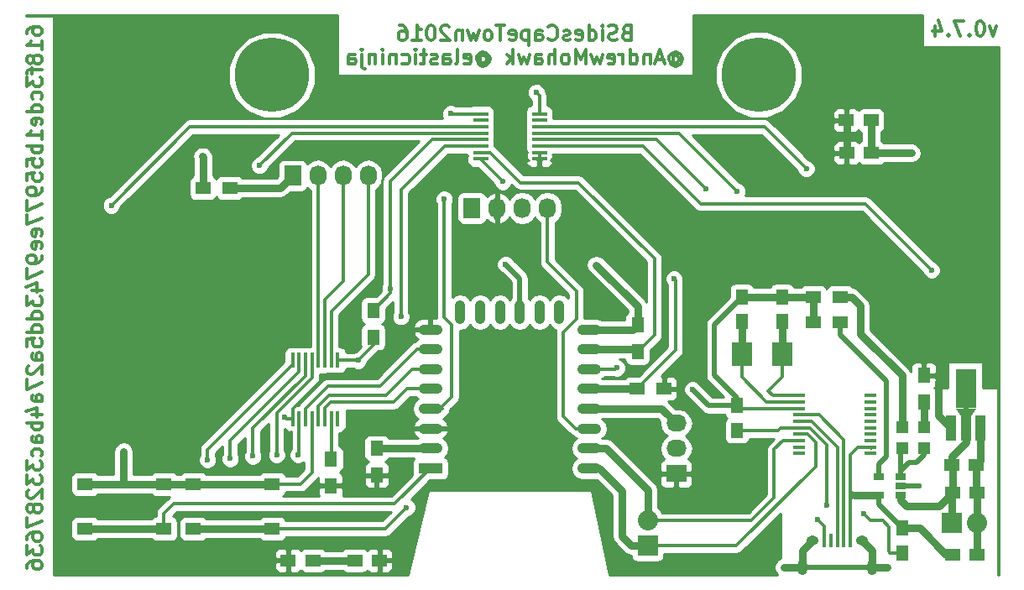
<source format=gbl>
G04 #@! TF.FileFunction,Copper,L2,Bot,Signal*
%FSLAX46Y46*%
G04 Gerber Fmt 4.6, Leading zero omitted, Abs format (unit mm)*
G04 Created by KiCad (PCBNEW 4.0.2+e4-6225~38~ubuntu15.10.1-stable) date Thu 13 Oct 2016 11:17:32 SAST*
%MOMM*%
G01*
G04 APERTURE LIST*
%ADD10C,0.100000*%
%ADD11C,0.300000*%
%ADD12R,1.198880X1.198880*%
%ADD13C,7.500000*%
%ADD14R,1.500000X1.250000*%
%ADD15R,1.727200X2.032000*%
%ADD16O,1.727200X2.032000*%
%ADD17R,0.400000X1.350000*%
%ADD18O,1.250000X0.950000*%
%ADD19O,1.000000X1.550000*%
%ADD20R,2.032000X2.032000*%
%ADD21O,2.032000X2.032000*%
%ADD22R,1.300000X1.500000*%
%ADD23R,1.500000X1.300000*%
%ADD24O,1.100000X2.400000*%
%ADD25R,2.400000X1.100000*%
%ADD26O,2.400000X1.100000*%
%ADD27R,2.032000X1.727200*%
%ADD28O,2.032000X1.727200*%
%ADD29R,1.000760X2.501900*%
%ADD30R,1.998980X4.000500*%
%ADD31R,0.450000X1.500000*%
%ADD32R,1.500000X0.450000*%
%ADD33R,1.550000X1.300000*%
%ADD34R,1.250000X1.500000*%
%ADD35R,1.270000X0.381000*%
%ADD36R,2.000000X2.400000*%
%ADD37R,1.060000X0.650000*%
%ADD38C,0.600000*%
%ADD39C,0.750000*%
%ADD40C,0.350000*%
%ADD41C,0.500000*%
%ADD42C,0.250000*%
%ADD43C,0.254000*%
G04 APERTURE END LIST*
D10*
D11*
X48599351Y-76791029D02*
X48599351Y-76505315D01*
X48670780Y-76362458D01*
X48742209Y-76291029D01*
X48956494Y-76148172D01*
X49242209Y-76076743D01*
X49813637Y-76076743D01*
X49956494Y-76148172D01*
X50027923Y-76219600D01*
X50099351Y-76362458D01*
X50099351Y-76648172D01*
X50027923Y-76791029D01*
X49956494Y-76862458D01*
X49813637Y-76933886D01*
X49456494Y-76933886D01*
X49313637Y-76862458D01*
X49242209Y-76791029D01*
X49170780Y-76648172D01*
X49170780Y-76362458D01*
X49242209Y-76219600D01*
X49313637Y-76148172D01*
X49456494Y-76076743D01*
X50099351Y-78362457D02*
X50099351Y-77505314D01*
X50099351Y-77933886D02*
X48599351Y-77933886D01*
X48813637Y-77791029D01*
X48956494Y-77648171D01*
X49027923Y-77505314D01*
X49242209Y-79219600D02*
X49170780Y-79076742D01*
X49099351Y-79005314D01*
X48956494Y-78933885D01*
X48885066Y-78933885D01*
X48742209Y-79005314D01*
X48670780Y-79076742D01*
X48599351Y-79219600D01*
X48599351Y-79505314D01*
X48670780Y-79648171D01*
X48742209Y-79719600D01*
X48885066Y-79791028D01*
X48956494Y-79791028D01*
X49099351Y-79719600D01*
X49170780Y-79648171D01*
X49242209Y-79505314D01*
X49242209Y-79219600D01*
X49313637Y-79076742D01*
X49385066Y-79005314D01*
X49527923Y-78933885D01*
X49813637Y-78933885D01*
X49956494Y-79005314D01*
X50027923Y-79076742D01*
X50099351Y-79219600D01*
X50099351Y-79505314D01*
X50027923Y-79648171D01*
X49956494Y-79719600D01*
X49813637Y-79791028D01*
X49527923Y-79791028D01*
X49385066Y-79719600D01*
X49313637Y-79648171D01*
X49242209Y-79505314D01*
X49099351Y-80219599D02*
X49099351Y-80791028D01*
X50099351Y-80433885D02*
X48813637Y-80433885D01*
X48670780Y-80505313D01*
X48599351Y-80648171D01*
X48599351Y-80791028D01*
X48599351Y-81148171D02*
X48599351Y-82076742D01*
X49170780Y-81576742D01*
X49170780Y-81791028D01*
X49242209Y-81933885D01*
X49313637Y-82005314D01*
X49456494Y-82076742D01*
X49813637Y-82076742D01*
X49956494Y-82005314D01*
X50027923Y-81933885D01*
X50099351Y-81791028D01*
X50099351Y-81362456D01*
X50027923Y-81219599D01*
X49956494Y-81148171D01*
X50027923Y-83362456D02*
X50099351Y-83219599D01*
X50099351Y-82933885D01*
X50027923Y-82791027D01*
X49956494Y-82719599D01*
X49813637Y-82648170D01*
X49385066Y-82648170D01*
X49242209Y-82719599D01*
X49170780Y-82791027D01*
X49099351Y-82933885D01*
X49099351Y-83219599D01*
X49170780Y-83362456D01*
X50099351Y-84648170D02*
X48599351Y-84648170D01*
X50027923Y-84648170D02*
X50099351Y-84505313D01*
X50099351Y-84219599D01*
X50027923Y-84076741D01*
X49956494Y-84005313D01*
X49813637Y-83933884D01*
X49385066Y-83933884D01*
X49242209Y-84005313D01*
X49170780Y-84076741D01*
X49099351Y-84219599D01*
X49099351Y-84505313D01*
X49170780Y-84648170D01*
X50027923Y-85933884D02*
X50099351Y-85791027D01*
X50099351Y-85505313D01*
X50027923Y-85362456D01*
X49885066Y-85291027D01*
X49313637Y-85291027D01*
X49170780Y-85362456D01*
X49099351Y-85505313D01*
X49099351Y-85791027D01*
X49170780Y-85933884D01*
X49313637Y-86005313D01*
X49456494Y-86005313D01*
X49599351Y-85291027D01*
X50099351Y-87433884D02*
X50099351Y-86576741D01*
X50099351Y-87005313D02*
X48599351Y-87005313D01*
X48813637Y-86862456D01*
X48956494Y-86719598D01*
X49027923Y-86576741D01*
X50099351Y-88076741D02*
X48599351Y-88076741D01*
X49170780Y-88076741D02*
X49099351Y-88219598D01*
X49099351Y-88505312D01*
X49170780Y-88648169D01*
X49242209Y-88719598D01*
X49385066Y-88791027D01*
X49813637Y-88791027D01*
X49956494Y-88719598D01*
X50027923Y-88648169D01*
X50099351Y-88505312D01*
X50099351Y-88219598D01*
X50027923Y-88076741D01*
X48599351Y-90148170D02*
X48599351Y-89433884D01*
X49313637Y-89362455D01*
X49242209Y-89433884D01*
X49170780Y-89576741D01*
X49170780Y-89933884D01*
X49242209Y-90076741D01*
X49313637Y-90148170D01*
X49456494Y-90219598D01*
X49813637Y-90219598D01*
X49956494Y-90148170D01*
X50027923Y-90076741D01*
X50099351Y-89933884D01*
X50099351Y-89576741D01*
X50027923Y-89433884D01*
X49956494Y-89362455D01*
X48599351Y-91576741D02*
X48599351Y-90862455D01*
X49313637Y-90791026D01*
X49242209Y-90862455D01*
X49170780Y-91005312D01*
X49170780Y-91362455D01*
X49242209Y-91505312D01*
X49313637Y-91576741D01*
X49456494Y-91648169D01*
X49813637Y-91648169D01*
X49956494Y-91576741D01*
X50027923Y-91505312D01*
X50099351Y-91362455D01*
X50099351Y-91005312D01*
X50027923Y-90862455D01*
X49956494Y-90791026D01*
X50099351Y-92362454D02*
X50099351Y-92648169D01*
X50027923Y-92791026D01*
X49956494Y-92862454D01*
X49742209Y-93005312D01*
X49456494Y-93076740D01*
X48885066Y-93076740D01*
X48742209Y-93005312D01*
X48670780Y-92933883D01*
X48599351Y-92791026D01*
X48599351Y-92505312D01*
X48670780Y-92362454D01*
X48742209Y-92291026D01*
X48885066Y-92219597D01*
X49242209Y-92219597D01*
X49385066Y-92291026D01*
X49456494Y-92362454D01*
X49527923Y-92505312D01*
X49527923Y-92791026D01*
X49456494Y-92933883D01*
X49385066Y-93005312D01*
X49242209Y-93076740D01*
X48599351Y-93576740D02*
X48599351Y-94576740D01*
X50099351Y-93933883D01*
X48599351Y-95005311D02*
X48599351Y-96005311D01*
X50099351Y-95362454D01*
X50027923Y-97148167D02*
X50099351Y-97005310D01*
X50099351Y-96719596D01*
X50027923Y-96576739D01*
X49885066Y-96505310D01*
X49313637Y-96505310D01*
X49170780Y-96576739D01*
X49099351Y-96719596D01*
X49099351Y-97005310D01*
X49170780Y-97148167D01*
X49313637Y-97219596D01*
X49456494Y-97219596D01*
X49599351Y-96505310D01*
X50027923Y-98433881D02*
X50099351Y-98291024D01*
X50099351Y-98005310D01*
X50027923Y-97862453D01*
X49885066Y-97791024D01*
X49313637Y-97791024D01*
X49170780Y-97862453D01*
X49099351Y-98005310D01*
X49099351Y-98291024D01*
X49170780Y-98433881D01*
X49313637Y-98505310D01*
X49456494Y-98505310D01*
X49599351Y-97791024D01*
X50099351Y-99219595D02*
X50099351Y-99505310D01*
X50027923Y-99648167D01*
X49956494Y-99719595D01*
X49742209Y-99862453D01*
X49456494Y-99933881D01*
X48885066Y-99933881D01*
X48742209Y-99862453D01*
X48670780Y-99791024D01*
X48599351Y-99648167D01*
X48599351Y-99362453D01*
X48670780Y-99219595D01*
X48742209Y-99148167D01*
X48885066Y-99076738D01*
X49242209Y-99076738D01*
X49385066Y-99148167D01*
X49456494Y-99219595D01*
X49527923Y-99362453D01*
X49527923Y-99648167D01*
X49456494Y-99791024D01*
X49385066Y-99862453D01*
X49242209Y-99933881D01*
X48599351Y-100433881D02*
X48599351Y-101433881D01*
X50099351Y-100791024D01*
X49099351Y-102648166D02*
X50099351Y-102648166D01*
X48527923Y-102291023D02*
X49599351Y-101933880D01*
X49599351Y-102862452D01*
X48599351Y-103291023D02*
X48599351Y-104219594D01*
X49170780Y-103719594D01*
X49170780Y-103933880D01*
X49242209Y-104076737D01*
X49313637Y-104148166D01*
X49456494Y-104219594D01*
X49813637Y-104219594D01*
X49956494Y-104148166D01*
X50027923Y-104076737D01*
X50099351Y-103933880D01*
X50099351Y-103505308D01*
X50027923Y-103362451D01*
X49956494Y-103291023D01*
X50099351Y-105505308D02*
X48599351Y-105505308D01*
X50027923Y-105505308D02*
X50099351Y-105362451D01*
X50099351Y-105076737D01*
X50027923Y-104933879D01*
X49956494Y-104862451D01*
X49813637Y-104791022D01*
X49385066Y-104791022D01*
X49242209Y-104862451D01*
X49170780Y-104933879D01*
X49099351Y-105076737D01*
X49099351Y-105362451D01*
X49170780Y-105505308D01*
X50099351Y-106862451D02*
X48599351Y-106862451D01*
X50027923Y-106862451D02*
X50099351Y-106719594D01*
X50099351Y-106433880D01*
X50027923Y-106291022D01*
X49956494Y-106219594D01*
X49813637Y-106148165D01*
X49385066Y-106148165D01*
X49242209Y-106219594D01*
X49170780Y-106291022D01*
X49099351Y-106433880D01*
X49099351Y-106719594D01*
X49170780Y-106862451D01*
X48599351Y-108291023D02*
X48599351Y-107576737D01*
X49313637Y-107505308D01*
X49242209Y-107576737D01*
X49170780Y-107719594D01*
X49170780Y-108076737D01*
X49242209Y-108219594D01*
X49313637Y-108291023D01*
X49456494Y-108362451D01*
X49813637Y-108362451D01*
X49956494Y-108291023D01*
X50027923Y-108219594D01*
X50099351Y-108076737D01*
X50099351Y-107719594D01*
X50027923Y-107576737D01*
X49956494Y-107505308D01*
X50099351Y-109648165D02*
X49313637Y-109648165D01*
X49170780Y-109576736D01*
X49099351Y-109433879D01*
X49099351Y-109148165D01*
X49170780Y-109005308D01*
X50027923Y-109648165D02*
X50099351Y-109505308D01*
X50099351Y-109148165D01*
X50027923Y-109005308D01*
X49885066Y-108933879D01*
X49742209Y-108933879D01*
X49599351Y-109005308D01*
X49527923Y-109148165D01*
X49527923Y-109505308D01*
X49456494Y-109648165D01*
X48742209Y-110291022D02*
X48670780Y-110362451D01*
X48599351Y-110505308D01*
X48599351Y-110862451D01*
X48670780Y-111005308D01*
X48742209Y-111076737D01*
X48885066Y-111148165D01*
X49027923Y-111148165D01*
X49242209Y-111076737D01*
X50099351Y-110219594D01*
X50099351Y-111148165D01*
X48599351Y-111648165D02*
X48599351Y-112648165D01*
X50099351Y-112005308D01*
X50099351Y-113862450D02*
X49313637Y-113862450D01*
X49170780Y-113791021D01*
X49099351Y-113648164D01*
X49099351Y-113362450D01*
X49170780Y-113219593D01*
X50027923Y-113862450D02*
X50099351Y-113719593D01*
X50099351Y-113362450D01*
X50027923Y-113219593D01*
X49885066Y-113148164D01*
X49742209Y-113148164D01*
X49599351Y-113219593D01*
X49527923Y-113362450D01*
X49527923Y-113719593D01*
X49456494Y-113862450D01*
X49099351Y-115219593D02*
X50099351Y-115219593D01*
X48527923Y-114862450D02*
X49599351Y-114505307D01*
X49599351Y-115433879D01*
X50099351Y-116005307D02*
X48599351Y-116005307D01*
X49170780Y-116005307D02*
X49099351Y-116148164D01*
X49099351Y-116433878D01*
X49170780Y-116576735D01*
X49242209Y-116648164D01*
X49385066Y-116719593D01*
X49813637Y-116719593D01*
X49956494Y-116648164D01*
X50027923Y-116576735D01*
X50099351Y-116433878D01*
X50099351Y-116148164D01*
X50027923Y-116005307D01*
X50099351Y-118005307D02*
X49313637Y-118005307D01*
X49170780Y-117933878D01*
X49099351Y-117791021D01*
X49099351Y-117505307D01*
X49170780Y-117362450D01*
X50027923Y-118005307D02*
X50099351Y-117862450D01*
X50099351Y-117505307D01*
X50027923Y-117362450D01*
X49885066Y-117291021D01*
X49742209Y-117291021D01*
X49599351Y-117362450D01*
X49527923Y-117505307D01*
X49527923Y-117862450D01*
X49456494Y-118005307D01*
X50027923Y-119362450D02*
X50099351Y-119219593D01*
X50099351Y-118933879D01*
X50027923Y-118791021D01*
X49956494Y-118719593D01*
X49813637Y-118648164D01*
X49385066Y-118648164D01*
X49242209Y-118719593D01*
X49170780Y-118791021D01*
X49099351Y-118933879D01*
X49099351Y-119219593D01*
X49170780Y-119362450D01*
X48599351Y-119862450D02*
X48599351Y-120791021D01*
X49170780Y-120291021D01*
X49170780Y-120505307D01*
X49242209Y-120648164D01*
X49313637Y-120719593D01*
X49456494Y-120791021D01*
X49813637Y-120791021D01*
X49956494Y-120719593D01*
X50027923Y-120648164D01*
X50099351Y-120505307D01*
X50099351Y-120076735D01*
X50027923Y-119933878D01*
X49956494Y-119862450D01*
X48599351Y-121291021D02*
X48599351Y-122219592D01*
X49170780Y-121719592D01*
X49170780Y-121933878D01*
X49242209Y-122076735D01*
X49313637Y-122148164D01*
X49456494Y-122219592D01*
X49813637Y-122219592D01*
X49956494Y-122148164D01*
X50027923Y-122076735D01*
X50099351Y-121933878D01*
X50099351Y-121505306D01*
X50027923Y-121362449D01*
X49956494Y-121291021D01*
X48742209Y-122791020D02*
X48670780Y-122862449D01*
X48599351Y-123005306D01*
X48599351Y-123362449D01*
X48670780Y-123505306D01*
X48742209Y-123576735D01*
X48885066Y-123648163D01*
X49027923Y-123648163D01*
X49242209Y-123576735D01*
X50099351Y-122719592D01*
X50099351Y-123648163D01*
X49242209Y-124505306D02*
X49170780Y-124362448D01*
X49099351Y-124291020D01*
X48956494Y-124219591D01*
X48885066Y-124219591D01*
X48742209Y-124291020D01*
X48670780Y-124362448D01*
X48599351Y-124505306D01*
X48599351Y-124791020D01*
X48670780Y-124933877D01*
X48742209Y-125005306D01*
X48885066Y-125076734D01*
X48956494Y-125076734D01*
X49099351Y-125005306D01*
X49170780Y-124933877D01*
X49242209Y-124791020D01*
X49242209Y-124505306D01*
X49313637Y-124362448D01*
X49385066Y-124291020D01*
X49527923Y-124219591D01*
X49813637Y-124219591D01*
X49956494Y-124291020D01*
X50027923Y-124362448D01*
X50099351Y-124505306D01*
X50099351Y-124791020D01*
X50027923Y-124933877D01*
X49956494Y-125005306D01*
X49813637Y-125076734D01*
X49527923Y-125076734D01*
X49385066Y-125005306D01*
X49313637Y-124933877D01*
X49242209Y-124791020D01*
X48599351Y-125576734D02*
X48599351Y-126576734D01*
X50099351Y-125933877D01*
X48599351Y-127791019D02*
X48599351Y-127505305D01*
X48670780Y-127362448D01*
X48742209Y-127291019D01*
X48956494Y-127148162D01*
X49242209Y-127076733D01*
X49813637Y-127076733D01*
X49956494Y-127148162D01*
X50027923Y-127219590D01*
X50099351Y-127362448D01*
X50099351Y-127648162D01*
X50027923Y-127791019D01*
X49956494Y-127862448D01*
X49813637Y-127933876D01*
X49456494Y-127933876D01*
X49313637Y-127862448D01*
X49242209Y-127791019D01*
X49170780Y-127648162D01*
X49170780Y-127362448D01*
X49242209Y-127219590D01*
X49313637Y-127148162D01*
X49456494Y-127076733D01*
X48599351Y-128433876D02*
X48599351Y-129362447D01*
X49170780Y-128862447D01*
X49170780Y-129076733D01*
X49242209Y-129219590D01*
X49313637Y-129291019D01*
X49456494Y-129362447D01*
X49813637Y-129362447D01*
X49956494Y-129291019D01*
X50027923Y-129219590D01*
X50099351Y-129076733D01*
X50099351Y-128648161D01*
X50027923Y-128505304D01*
X49956494Y-128433876D01*
X48599351Y-130648161D02*
X48599351Y-130362447D01*
X48670780Y-130219590D01*
X48742209Y-130148161D01*
X48956494Y-130005304D01*
X49242209Y-129933875D01*
X49813637Y-129933875D01*
X49956494Y-130005304D01*
X50027923Y-130076732D01*
X50099351Y-130219590D01*
X50099351Y-130505304D01*
X50027923Y-130648161D01*
X49956494Y-130719590D01*
X49813637Y-130791018D01*
X49456494Y-130791018D01*
X49313637Y-130719590D01*
X49242209Y-130648161D01*
X49170780Y-130505304D01*
X49170780Y-130219590D01*
X49242209Y-130076732D01*
X49313637Y-130005304D01*
X49456494Y-129933875D01*
X146386465Y-75975091D02*
X146029322Y-76975091D01*
X145672180Y-75975091D01*
X144815037Y-75475091D02*
X144672180Y-75475091D01*
X144529323Y-75546520D01*
X144457894Y-75617949D01*
X144386465Y-75760806D01*
X144315037Y-76046520D01*
X144315037Y-76403663D01*
X144386465Y-76689377D01*
X144457894Y-76832234D01*
X144529323Y-76903663D01*
X144672180Y-76975091D01*
X144815037Y-76975091D01*
X144957894Y-76903663D01*
X145029323Y-76832234D01*
X145100751Y-76689377D01*
X145172180Y-76403663D01*
X145172180Y-76046520D01*
X145100751Y-75760806D01*
X145029323Y-75617949D01*
X144957894Y-75546520D01*
X144815037Y-75475091D01*
X143672180Y-76832234D02*
X143600752Y-76903663D01*
X143672180Y-76975091D01*
X143743609Y-76903663D01*
X143672180Y-76832234D01*
X143672180Y-76975091D01*
X143100751Y-75475091D02*
X142100751Y-75475091D01*
X142743608Y-76975091D01*
X141529323Y-76832234D02*
X141457895Y-76903663D01*
X141529323Y-76975091D01*
X141600752Y-76903663D01*
X141529323Y-76832234D01*
X141529323Y-76975091D01*
X140172180Y-75975091D02*
X140172180Y-76975091D01*
X140529323Y-75403663D02*
X140886466Y-76475091D01*
X139957894Y-76475091D01*
X109055085Y-76645457D02*
X108840799Y-76716886D01*
X108769371Y-76788314D01*
X108697942Y-76931171D01*
X108697942Y-77145457D01*
X108769371Y-77288314D01*
X108840799Y-77359743D01*
X108983657Y-77431171D01*
X109555085Y-77431171D01*
X109555085Y-75931171D01*
X109055085Y-75931171D01*
X108912228Y-76002600D01*
X108840799Y-76074029D01*
X108769371Y-76216886D01*
X108769371Y-76359743D01*
X108840799Y-76502600D01*
X108912228Y-76574029D01*
X109055085Y-76645457D01*
X109555085Y-76645457D01*
X108126514Y-77359743D02*
X107912228Y-77431171D01*
X107555085Y-77431171D01*
X107412228Y-77359743D01*
X107340799Y-77288314D01*
X107269371Y-77145457D01*
X107269371Y-77002600D01*
X107340799Y-76859743D01*
X107412228Y-76788314D01*
X107555085Y-76716886D01*
X107840799Y-76645457D01*
X107983657Y-76574029D01*
X108055085Y-76502600D01*
X108126514Y-76359743D01*
X108126514Y-76216886D01*
X108055085Y-76074029D01*
X107983657Y-76002600D01*
X107840799Y-75931171D01*
X107483657Y-75931171D01*
X107269371Y-76002600D01*
X106626514Y-77431171D02*
X106626514Y-76431171D01*
X106626514Y-75931171D02*
X106697943Y-76002600D01*
X106626514Y-76074029D01*
X106555086Y-76002600D01*
X106626514Y-75931171D01*
X106626514Y-76074029D01*
X105269371Y-77431171D02*
X105269371Y-75931171D01*
X105269371Y-77359743D02*
X105412228Y-77431171D01*
X105697942Y-77431171D01*
X105840800Y-77359743D01*
X105912228Y-77288314D01*
X105983657Y-77145457D01*
X105983657Y-76716886D01*
X105912228Y-76574029D01*
X105840800Y-76502600D01*
X105697942Y-76431171D01*
X105412228Y-76431171D01*
X105269371Y-76502600D01*
X103983657Y-77359743D02*
X104126514Y-77431171D01*
X104412228Y-77431171D01*
X104555085Y-77359743D01*
X104626514Y-77216886D01*
X104626514Y-76645457D01*
X104555085Y-76502600D01*
X104412228Y-76431171D01*
X104126514Y-76431171D01*
X103983657Y-76502600D01*
X103912228Y-76645457D01*
X103912228Y-76788314D01*
X104626514Y-76931171D01*
X103340800Y-77359743D02*
X103197943Y-77431171D01*
X102912228Y-77431171D01*
X102769371Y-77359743D01*
X102697943Y-77216886D01*
X102697943Y-77145457D01*
X102769371Y-77002600D01*
X102912228Y-76931171D01*
X103126514Y-76931171D01*
X103269371Y-76859743D01*
X103340800Y-76716886D01*
X103340800Y-76645457D01*
X103269371Y-76502600D01*
X103126514Y-76431171D01*
X102912228Y-76431171D01*
X102769371Y-76502600D01*
X101197942Y-77288314D02*
X101269371Y-77359743D01*
X101483657Y-77431171D01*
X101626514Y-77431171D01*
X101840799Y-77359743D01*
X101983657Y-77216886D01*
X102055085Y-77074029D01*
X102126514Y-76788314D01*
X102126514Y-76574029D01*
X102055085Y-76288314D01*
X101983657Y-76145457D01*
X101840799Y-76002600D01*
X101626514Y-75931171D01*
X101483657Y-75931171D01*
X101269371Y-76002600D01*
X101197942Y-76074029D01*
X99912228Y-77431171D02*
X99912228Y-76645457D01*
X99983657Y-76502600D01*
X100126514Y-76431171D01*
X100412228Y-76431171D01*
X100555085Y-76502600D01*
X99912228Y-77359743D02*
X100055085Y-77431171D01*
X100412228Y-77431171D01*
X100555085Y-77359743D01*
X100626514Y-77216886D01*
X100626514Y-77074029D01*
X100555085Y-76931171D01*
X100412228Y-76859743D01*
X100055085Y-76859743D01*
X99912228Y-76788314D01*
X99197942Y-76431171D02*
X99197942Y-77931171D01*
X99197942Y-76502600D02*
X99055085Y-76431171D01*
X98769371Y-76431171D01*
X98626514Y-76502600D01*
X98555085Y-76574029D01*
X98483656Y-76716886D01*
X98483656Y-77145457D01*
X98555085Y-77288314D01*
X98626514Y-77359743D01*
X98769371Y-77431171D01*
X99055085Y-77431171D01*
X99197942Y-77359743D01*
X97269371Y-77359743D02*
X97412228Y-77431171D01*
X97697942Y-77431171D01*
X97840799Y-77359743D01*
X97912228Y-77216886D01*
X97912228Y-76645457D01*
X97840799Y-76502600D01*
X97697942Y-76431171D01*
X97412228Y-76431171D01*
X97269371Y-76502600D01*
X97197942Y-76645457D01*
X97197942Y-76788314D01*
X97912228Y-76931171D01*
X96769371Y-75931171D02*
X95912228Y-75931171D01*
X96340799Y-77431171D02*
X96340799Y-75931171D01*
X95197942Y-77431171D02*
X95340800Y-77359743D01*
X95412228Y-77288314D01*
X95483657Y-77145457D01*
X95483657Y-76716886D01*
X95412228Y-76574029D01*
X95340800Y-76502600D01*
X95197942Y-76431171D01*
X94983657Y-76431171D01*
X94840800Y-76502600D01*
X94769371Y-76574029D01*
X94697942Y-76716886D01*
X94697942Y-77145457D01*
X94769371Y-77288314D01*
X94840800Y-77359743D01*
X94983657Y-77431171D01*
X95197942Y-77431171D01*
X94197942Y-76431171D02*
X93912228Y-77431171D01*
X93626514Y-76716886D01*
X93340799Y-77431171D01*
X93055085Y-76431171D01*
X92483656Y-76431171D02*
X92483656Y-77431171D01*
X92483656Y-76574029D02*
X92412228Y-76502600D01*
X92269370Y-76431171D01*
X92055085Y-76431171D01*
X91912228Y-76502600D01*
X91840799Y-76645457D01*
X91840799Y-77431171D01*
X91197942Y-76074029D02*
X91126513Y-76002600D01*
X90983656Y-75931171D01*
X90626513Y-75931171D01*
X90483656Y-76002600D01*
X90412227Y-76074029D01*
X90340799Y-76216886D01*
X90340799Y-76359743D01*
X90412227Y-76574029D01*
X91269370Y-77431171D01*
X90340799Y-77431171D01*
X89412228Y-75931171D02*
X89269371Y-75931171D01*
X89126514Y-76002600D01*
X89055085Y-76074029D01*
X88983656Y-76216886D01*
X88912228Y-76502600D01*
X88912228Y-76859743D01*
X88983656Y-77145457D01*
X89055085Y-77288314D01*
X89126514Y-77359743D01*
X89269371Y-77431171D01*
X89412228Y-77431171D01*
X89555085Y-77359743D01*
X89626514Y-77288314D01*
X89697942Y-77145457D01*
X89769371Y-76859743D01*
X89769371Y-76502600D01*
X89697942Y-76216886D01*
X89626514Y-76074029D01*
X89555085Y-76002600D01*
X89412228Y-75931171D01*
X87483657Y-77431171D02*
X88340800Y-77431171D01*
X87912228Y-77431171D02*
X87912228Y-75931171D01*
X88055085Y-76145457D01*
X88197943Y-76288314D01*
X88340800Y-76359743D01*
X86197943Y-75931171D02*
X86483657Y-75931171D01*
X86626514Y-76002600D01*
X86697943Y-76074029D01*
X86840800Y-76288314D01*
X86912229Y-76574029D01*
X86912229Y-77145457D01*
X86840800Y-77288314D01*
X86769372Y-77359743D01*
X86626514Y-77431171D01*
X86340800Y-77431171D01*
X86197943Y-77359743D01*
X86126514Y-77288314D01*
X86055086Y-77145457D01*
X86055086Y-76788314D01*
X86126514Y-76645457D01*
X86197943Y-76574029D01*
X86340800Y-76502600D01*
X86626514Y-76502600D01*
X86769372Y-76574029D01*
X86840800Y-76645457D01*
X86912229Y-76788314D01*
X113733658Y-79116886D02*
X113805086Y-79045457D01*
X113947943Y-78974029D01*
X114090801Y-78974029D01*
X114233658Y-79045457D01*
X114305086Y-79116886D01*
X114376515Y-79259743D01*
X114376515Y-79402600D01*
X114305086Y-79545457D01*
X114233658Y-79616886D01*
X114090801Y-79688314D01*
X113947943Y-79688314D01*
X113805086Y-79616886D01*
X113733658Y-79545457D01*
X113733658Y-78974029D02*
X113733658Y-79545457D01*
X113662229Y-79616886D01*
X113590801Y-79616886D01*
X113447943Y-79545457D01*
X113376515Y-79402600D01*
X113376515Y-79045457D01*
X113519372Y-78831171D01*
X113733658Y-78688314D01*
X114019372Y-78616886D01*
X114305086Y-78688314D01*
X114519372Y-78831171D01*
X114662229Y-79045457D01*
X114733658Y-79331171D01*
X114662229Y-79616886D01*
X114519372Y-79831171D01*
X114305086Y-79974029D01*
X114019372Y-80045457D01*
X113733658Y-79974029D01*
X113519372Y-79831171D01*
X112805087Y-79402600D02*
X112090801Y-79402600D01*
X112947944Y-79831171D02*
X112447944Y-78331171D01*
X111947944Y-79831171D01*
X111447944Y-78831171D02*
X111447944Y-79831171D01*
X111447944Y-78974029D02*
X111376516Y-78902600D01*
X111233658Y-78831171D01*
X111019373Y-78831171D01*
X110876516Y-78902600D01*
X110805087Y-79045457D01*
X110805087Y-79831171D01*
X109447944Y-79831171D02*
X109447944Y-78331171D01*
X109447944Y-79759743D02*
X109590801Y-79831171D01*
X109876515Y-79831171D01*
X110019373Y-79759743D01*
X110090801Y-79688314D01*
X110162230Y-79545457D01*
X110162230Y-79116886D01*
X110090801Y-78974029D01*
X110019373Y-78902600D01*
X109876515Y-78831171D01*
X109590801Y-78831171D01*
X109447944Y-78902600D01*
X108733658Y-79831171D02*
X108733658Y-78831171D01*
X108733658Y-79116886D02*
X108662230Y-78974029D01*
X108590801Y-78902600D01*
X108447944Y-78831171D01*
X108305087Y-78831171D01*
X107233659Y-79759743D02*
X107376516Y-79831171D01*
X107662230Y-79831171D01*
X107805087Y-79759743D01*
X107876516Y-79616886D01*
X107876516Y-79045457D01*
X107805087Y-78902600D01*
X107662230Y-78831171D01*
X107376516Y-78831171D01*
X107233659Y-78902600D01*
X107162230Y-79045457D01*
X107162230Y-79188314D01*
X107876516Y-79331171D01*
X106662230Y-78831171D02*
X106376516Y-79831171D01*
X106090802Y-79116886D01*
X105805087Y-79831171D01*
X105519373Y-78831171D01*
X104947944Y-79831171D02*
X104947944Y-78331171D01*
X104447944Y-79402600D01*
X103947944Y-78331171D01*
X103947944Y-79831171D01*
X103019372Y-79831171D02*
X103162230Y-79759743D01*
X103233658Y-79688314D01*
X103305087Y-79545457D01*
X103305087Y-79116886D01*
X103233658Y-78974029D01*
X103162230Y-78902600D01*
X103019372Y-78831171D01*
X102805087Y-78831171D01*
X102662230Y-78902600D01*
X102590801Y-78974029D01*
X102519372Y-79116886D01*
X102519372Y-79545457D01*
X102590801Y-79688314D01*
X102662230Y-79759743D01*
X102805087Y-79831171D01*
X103019372Y-79831171D01*
X101876515Y-79831171D02*
X101876515Y-78331171D01*
X101233658Y-79831171D02*
X101233658Y-79045457D01*
X101305087Y-78902600D01*
X101447944Y-78831171D01*
X101662229Y-78831171D01*
X101805087Y-78902600D01*
X101876515Y-78974029D01*
X99876515Y-79831171D02*
X99876515Y-79045457D01*
X99947944Y-78902600D01*
X100090801Y-78831171D01*
X100376515Y-78831171D01*
X100519372Y-78902600D01*
X99876515Y-79759743D02*
X100019372Y-79831171D01*
X100376515Y-79831171D01*
X100519372Y-79759743D01*
X100590801Y-79616886D01*
X100590801Y-79474029D01*
X100519372Y-79331171D01*
X100376515Y-79259743D01*
X100019372Y-79259743D01*
X99876515Y-79188314D01*
X99305086Y-78831171D02*
X99019372Y-79831171D01*
X98733658Y-79116886D01*
X98447943Y-79831171D01*
X98162229Y-78831171D01*
X97590800Y-79831171D02*
X97590800Y-78331171D01*
X97447943Y-79259743D02*
X97019372Y-79831171D01*
X97019372Y-78831171D02*
X97590800Y-79402600D01*
X94305086Y-79116886D02*
X94376514Y-79045457D01*
X94519371Y-78974029D01*
X94662229Y-78974029D01*
X94805086Y-79045457D01*
X94876514Y-79116886D01*
X94947943Y-79259743D01*
X94947943Y-79402600D01*
X94876514Y-79545457D01*
X94805086Y-79616886D01*
X94662229Y-79688314D01*
X94519371Y-79688314D01*
X94376514Y-79616886D01*
X94305086Y-79545457D01*
X94305086Y-78974029D02*
X94305086Y-79545457D01*
X94233657Y-79616886D01*
X94162229Y-79616886D01*
X94019371Y-79545457D01*
X93947943Y-79402600D01*
X93947943Y-79045457D01*
X94090800Y-78831171D01*
X94305086Y-78688314D01*
X94590800Y-78616886D01*
X94876514Y-78688314D01*
X95090800Y-78831171D01*
X95233657Y-79045457D01*
X95305086Y-79331171D01*
X95233657Y-79616886D01*
X95090800Y-79831171D01*
X94876514Y-79974029D01*
X94590800Y-80045457D01*
X94305086Y-79974029D01*
X94090800Y-79831171D01*
X92733658Y-79759743D02*
X92876515Y-79831171D01*
X93162229Y-79831171D01*
X93305086Y-79759743D01*
X93376515Y-79616886D01*
X93376515Y-79045457D01*
X93305086Y-78902600D01*
X93162229Y-78831171D01*
X92876515Y-78831171D01*
X92733658Y-78902600D01*
X92662229Y-79045457D01*
X92662229Y-79188314D01*
X93376515Y-79331171D01*
X91805086Y-79831171D02*
X91947944Y-79759743D01*
X92019372Y-79616886D01*
X92019372Y-78331171D01*
X90590801Y-79831171D02*
X90590801Y-79045457D01*
X90662230Y-78902600D01*
X90805087Y-78831171D01*
X91090801Y-78831171D01*
X91233658Y-78902600D01*
X90590801Y-79759743D02*
X90733658Y-79831171D01*
X91090801Y-79831171D01*
X91233658Y-79759743D01*
X91305087Y-79616886D01*
X91305087Y-79474029D01*
X91233658Y-79331171D01*
X91090801Y-79259743D01*
X90733658Y-79259743D01*
X90590801Y-79188314D01*
X89947944Y-79759743D02*
X89805087Y-79831171D01*
X89519372Y-79831171D01*
X89376515Y-79759743D01*
X89305087Y-79616886D01*
X89305087Y-79545457D01*
X89376515Y-79402600D01*
X89519372Y-79331171D01*
X89733658Y-79331171D01*
X89876515Y-79259743D01*
X89947944Y-79116886D01*
X89947944Y-79045457D01*
X89876515Y-78902600D01*
X89733658Y-78831171D01*
X89519372Y-78831171D01*
X89376515Y-78902600D01*
X88876515Y-78831171D02*
X88305086Y-78831171D01*
X88662229Y-78331171D02*
X88662229Y-79616886D01*
X88590801Y-79759743D01*
X88447943Y-79831171D01*
X88305086Y-79831171D01*
X87805086Y-79831171D02*
X87805086Y-78831171D01*
X87805086Y-78331171D02*
X87876515Y-78402600D01*
X87805086Y-78474029D01*
X87733658Y-78402600D01*
X87805086Y-78331171D01*
X87805086Y-78474029D01*
X86447943Y-79759743D02*
X86590800Y-79831171D01*
X86876514Y-79831171D01*
X87019372Y-79759743D01*
X87090800Y-79688314D01*
X87162229Y-79545457D01*
X87162229Y-79116886D01*
X87090800Y-78974029D01*
X87019372Y-78902600D01*
X86876514Y-78831171D01*
X86590800Y-78831171D01*
X86447943Y-78902600D01*
X85805086Y-78831171D02*
X85805086Y-79831171D01*
X85805086Y-78974029D02*
X85733658Y-78902600D01*
X85590800Y-78831171D01*
X85376515Y-78831171D01*
X85233658Y-78902600D01*
X85162229Y-79045457D01*
X85162229Y-79831171D01*
X84447943Y-79831171D02*
X84447943Y-78831171D01*
X84447943Y-78331171D02*
X84519372Y-78402600D01*
X84447943Y-78474029D01*
X84376515Y-78402600D01*
X84447943Y-78331171D01*
X84447943Y-78474029D01*
X83733657Y-78831171D02*
X83733657Y-79831171D01*
X83733657Y-78974029D02*
X83662229Y-78902600D01*
X83519371Y-78831171D01*
X83305086Y-78831171D01*
X83162229Y-78902600D01*
X83090800Y-79045457D01*
X83090800Y-79831171D01*
X82376514Y-78831171D02*
X82376514Y-80116886D01*
X82447943Y-80259743D01*
X82590800Y-80331171D01*
X82662228Y-80331171D01*
X82376514Y-78331171D02*
X82447943Y-78402600D01*
X82376514Y-78474029D01*
X82305086Y-78402600D01*
X82376514Y-78331171D01*
X82376514Y-78474029D01*
X81019371Y-79831171D02*
X81019371Y-79045457D01*
X81090800Y-78902600D01*
X81233657Y-78831171D01*
X81519371Y-78831171D01*
X81662228Y-78902600D01*
X81019371Y-79759743D02*
X81162228Y-79831171D01*
X81519371Y-79831171D01*
X81662228Y-79759743D01*
X81733657Y-79616886D01*
X81733657Y-79474029D01*
X81662228Y-79331171D01*
X81519371Y-79259743D01*
X81162228Y-79259743D01*
X81019371Y-79188314D01*
D12*
X139050000Y-118549020D03*
X139050000Y-116450980D03*
D13*
X122402600Y-80899000D03*
D14*
X131287200Y-88798400D03*
X133787200Y-88798400D03*
X141950000Y-123100000D03*
X144450000Y-123100000D03*
X131236400Y-85496400D03*
X133736400Y-85496400D03*
D15*
X75387200Y-91084400D03*
D16*
X77927200Y-91084400D03*
X80467200Y-91084400D03*
X83007200Y-91084400D03*
D17*
X131650900Y-127887460D03*
X131000900Y-127887460D03*
X130350900Y-127887460D03*
X129700900Y-127887460D03*
X129050900Y-127887460D03*
D18*
X132850900Y-127887460D03*
X127850900Y-127887460D03*
D19*
X133850900Y-130587460D03*
X126850900Y-130587460D03*
D15*
X93472000Y-94361000D03*
D16*
X96012000Y-94361000D03*
X98552000Y-94361000D03*
X101092000Y-94361000D03*
D20*
X141900000Y-126100000D03*
D21*
X144440000Y-126100000D03*
D20*
X111201200Y-128422400D03*
D21*
X111201200Y-125882400D03*
D22*
X79248000Y-119655600D03*
X79248000Y-122355600D03*
D23*
X69041000Y-92329000D03*
X66341000Y-92329000D03*
D22*
X110185200Y-108842800D03*
X110185200Y-106142800D03*
D23*
X112856000Y-112572800D03*
X110156000Y-112572800D03*
D22*
X83515200Y-107369600D03*
X83515200Y-104669600D03*
X83870800Y-121288800D03*
X83870800Y-118588800D03*
D24*
X92296400Y-104849200D03*
X94296400Y-104849200D03*
X96296400Y-104849200D03*
X98296400Y-104849200D03*
X100296400Y-104849200D03*
X102296400Y-104849200D03*
D25*
X89306400Y-120599200D03*
D26*
X89306400Y-118599200D03*
X89306400Y-116599200D03*
X89306400Y-114599200D03*
X89306400Y-112599200D03*
X89306400Y-110599200D03*
X89306400Y-108599200D03*
X89306400Y-106599200D03*
X105306400Y-106599200D03*
X105306400Y-108599200D03*
X105306400Y-110599200D03*
X105306400Y-112599200D03*
X105306400Y-114599200D03*
X105306400Y-116599200D03*
X105306400Y-118599200D03*
X105306400Y-120599200D03*
D27*
X114096800Y-121158000D03*
D28*
X114096800Y-118618000D03*
X114096800Y-116078000D03*
D29*
X144801140Y-116552040D03*
X143300000Y-116552040D03*
X141798860Y-116552040D03*
D30*
X143300000Y-112599800D03*
D10*
G36*
X142799620Y-115323950D02*
X142299240Y-114574650D01*
X144300760Y-114574650D01*
X143800380Y-115323950D01*
X142799620Y-115323950D01*
X142799620Y-115323950D01*
G37*
D31*
X75398200Y-109724400D03*
X76048200Y-109724400D03*
X76698200Y-109724400D03*
X77348200Y-109724400D03*
X77998200Y-109724400D03*
X78648200Y-109724400D03*
X79298200Y-109724400D03*
X79948200Y-109724400D03*
X79948200Y-115624400D03*
X79298200Y-115624400D03*
X78648200Y-115624400D03*
X77998200Y-115624400D03*
X77348200Y-115624400D03*
X76698200Y-115624400D03*
X76048200Y-115624400D03*
X75398200Y-115624400D03*
D32*
X94382800Y-89397000D03*
X94382800Y-88747000D03*
X94382800Y-88097000D03*
X94382800Y-87447000D03*
X94382800Y-86797000D03*
X94382800Y-86147000D03*
X94382800Y-85497000D03*
X94382800Y-84847000D03*
X100282800Y-84847000D03*
X100282800Y-85497000D03*
X100282800Y-86147000D03*
X100282800Y-86797000D03*
X100282800Y-87447000D03*
X100282800Y-88097000D03*
X100282800Y-88747000D03*
X100282800Y-89397000D03*
D33*
X65367000Y-126710000D03*
X73317000Y-126710000D03*
X65367000Y-122210000D03*
X73317000Y-122210000D03*
X62395000Y-122210000D03*
X54445000Y-122210000D03*
X62395000Y-126710000D03*
X54445000Y-126710000D03*
D34*
X120700800Y-103321800D03*
X120700800Y-105821800D03*
X120218200Y-116794600D03*
X120218200Y-114294600D03*
X136900000Y-126650000D03*
X136900000Y-129150000D03*
D35*
X126466600Y-119126000D03*
X126466600Y-118491000D03*
X126466600Y-117830600D03*
X126466600Y-117170200D03*
X126466600Y-116535200D03*
X126466600Y-115874800D03*
X126466600Y-115214400D03*
X126466600Y-114579400D03*
X126466600Y-113919000D03*
X126466600Y-113284000D03*
X133705600Y-113284000D03*
X133705600Y-113919000D03*
X133705600Y-114579400D03*
X133705600Y-115214400D03*
X133705600Y-115874800D03*
X133705600Y-116535200D03*
X133705600Y-117170200D03*
X133705600Y-117830600D03*
X133705600Y-118491000D03*
X133705600Y-119126000D03*
D36*
X120708200Y-109067600D03*
X124808200Y-109067600D03*
D34*
X124790200Y-103321800D03*
X124790200Y-105821800D03*
D13*
X73317100Y-80937100D03*
D14*
X144450000Y-129300000D03*
X141950000Y-129300000D03*
X144350000Y-120300000D03*
X141850000Y-120300000D03*
D22*
X139050000Y-113950000D03*
X139050000Y-111250000D03*
D23*
X130600000Y-105850000D03*
X127900000Y-105850000D03*
D37*
X136700000Y-121450000D03*
X136700000Y-122400000D03*
X136700000Y-123350000D03*
X134500000Y-123350000D03*
X134500000Y-121450000D03*
D14*
X84150000Y-129900000D03*
X81650000Y-129900000D03*
X74950000Y-129900000D03*
X77450000Y-129900000D03*
D12*
X136850000Y-116450980D03*
X136850000Y-118549020D03*
D23*
X130600000Y-103350000D03*
X127900000Y-103350000D03*
D38*
X125750000Y-98450000D03*
X62524640Y-97840800D03*
X74549000Y-115443000D03*
X142392400Y-84683600D03*
X66802000Y-119761000D03*
X75946000Y-119253000D03*
X69088000Y-119634000D03*
X71374000Y-119380000D03*
X73787000Y-119253000D03*
X99949000Y-82677000D03*
X90678000Y-93472000D03*
X122750000Y-103321800D03*
X126250000Y-103321800D03*
X128350000Y-125750000D03*
X79500000Y-129900000D03*
X138600000Y-122400000D03*
X58331100Y-118948200D03*
X106004360Y-100081080D03*
X115722400Y-112649000D03*
X66294000Y-89154000D03*
X81991200Y-109728000D03*
X91338400Y-84836000D03*
X137820400Y-88798400D03*
X96880680Y-100035360D03*
X127203200Y-90373200D03*
X120243600Y-92659200D03*
X117094000Y-92456000D03*
X139852400Y-100634800D03*
X86309200Y-105308400D03*
X85242400Y-102463600D03*
X72034400Y-90068400D03*
X57099200Y-94081600D03*
X96583500Y-91694000D03*
X113855500Y-101473000D03*
X107619800Y-112599200D03*
X86893400Y-124561600D03*
X108077000Y-110490000D03*
X133000000Y-125200000D03*
X129250000Y-124350000D03*
D39*
X140523410Y-115276590D02*
X140523410Y-111876590D01*
X140523410Y-111876590D02*
X140900000Y-111500000D01*
X140523410Y-115276590D02*
X141798860Y-116552040D01*
D40*
X75398200Y-115624400D02*
X74730400Y-115624400D01*
X74730400Y-115624400D02*
X74549000Y-115443000D01*
X75398200Y-115624400D02*
X75398200Y-114593800D01*
X87837800Y-106599200D02*
X89306400Y-106599200D01*
X83312000Y-111125000D02*
X87837800Y-106599200D01*
X78867000Y-111125000D02*
X83312000Y-111125000D01*
X75398200Y-114593800D02*
X78867000Y-111125000D01*
D39*
X96012000Y-93624400D02*
X96012000Y-95250000D01*
D40*
X100282800Y-88747000D02*
X100282800Y-89397000D01*
D39*
X142392400Y-84683600D02*
X142392400Y-84734400D01*
X131287200Y-88798400D02*
X131287200Y-85547200D01*
X131287200Y-85547200D02*
X131236400Y-85496400D01*
D40*
X75398200Y-109724400D02*
X75398200Y-110148800D01*
X75398200Y-110148800D02*
X66802000Y-118745000D01*
X66802000Y-118745000D02*
X66802000Y-119761000D01*
X76048200Y-115624400D02*
X76048200Y-119150800D01*
X76048200Y-119150800D02*
X75946000Y-119253000D01*
X76048200Y-109724400D02*
X76048200Y-110895800D01*
X69088000Y-117856000D02*
X69088000Y-119634000D01*
X76048200Y-110895800D02*
X69088000Y-117856000D01*
X77998200Y-115624400D02*
X77998200Y-114330600D01*
X87470000Y-110599200D02*
X89306400Y-110599200D01*
X84836000Y-113233200D02*
X87470000Y-110599200D01*
X79095600Y-113233200D02*
X84836000Y-113233200D01*
X77998200Y-114330600D02*
X79095600Y-113233200D01*
X76698200Y-109724400D02*
X76698200Y-111261800D01*
X71374000Y-116586000D02*
X71374000Y-119380000D01*
X76698200Y-111261800D02*
X71374000Y-116586000D01*
X77348200Y-109724400D02*
X77348200Y-111500800D01*
X73787000Y-115062000D02*
X73787000Y-119253000D01*
X77348200Y-111500800D02*
X73787000Y-115062000D01*
X78648200Y-115624400D02*
X78648200Y-114544200D01*
X86943200Y-112599200D02*
X89306400Y-112599200D01*
X85598000Y-113944400D02*
X86943200Y-112599200D01*
X79248000Y-113944400D02*
X85598000Y-113944400D01*
X78648200Y-114544200D02*
X79248000Y-113944400D01*
X77998200Y-109724400D02*
X77998200Y-91155400D01*
X77998200Y-91155400D02*
X77927200Y-91084400D01*
X89306400Y-114599200D02*
X90251800Y-114599200D01*
X90251800Y-114599200D02*
X91440000Y-113411000D01*
X100282800Y-83010800D02*
X100282800Y-84847000D01*
X99949000Y-82677000D02*
X100282800Y-83010800D01*
X90678000Y-105410000D02*
X90678000Y-93472000D01*
X91440000Y-106172000D02*
X90678000Y-105410000D01*
X91440000Y-113411000D02*
X91440000Y-106172000D01*
X89306400Y-114599200D02*
X90505800Y-114599200D01*
X78648200Y-109724400D02*
X78648200Y-103571400D01*
X80467200Y-101752400D02*
X80467200Y-91084400D01*
X78648200Y-103571400D02*
X80467200Y-101752400D01*
X79298200Y-109724400D02*
X79298200Y-104801000D01*
X83007200Y-101092000D02*
X83007200Y-91084400D01*
X79298200Y-104801000D02*
X83007200Y-101092000D01*
D39*
X124790200Y-103321800D02*
X126250000Y-103321800D01*
X126250000Y-103321800D02*
X127871800Y-103321800D01*
X127871800Y-103321800D02*
X127900000Y-103350000D01*
X127900000Y-103350000D02*
X127900000Y-105850000D01*
X127878200Y-105871800D02*
X127900000Y-105850000D01*
D40*
X129050900Y-127887460D02*
X129050900Y-126450900D01*
X129050900Y-126450900D02*
X128350000Y-125750000D01*
D39*
X77450000Y-129900000D02*
X79500000Y-129900000D01*
X79500000Y-129900000D02*
X81650000Y-129900000D01*
D40*
X77348200Y-115624400D02*
X77348200Y-121051800D01*
X76190000Y-122210000D02*
X73317000Y-122210000D01*
X77348200Y-121051800D02*
X76190000Y-122210000D01*
D41*
X136700000Y-122400000D02*
X138600000Y-122400000D01*
D39*
X144440000Y-126100000D02*
X144440000Y-129290000D01*
X144440000Y-129290000D02*
X144450000Y-129300000D01*
X144450000Y-123100000D02*
X144450000Y-126090000D01*
X144450000Y-126090000D02*
X144440000Y-126100000D01*
X144350000Y-120300000D02*
X144350000Y-123000000D01*
X144350000Y-123000000D02*
X144450000Y-123100000D01*
X144801140Y-116552040D02*
X144801140Y-119848860D01*
X144801140Y-119848860D02*
X144350000Y-120300000D01*
X58331100Y-122210000D02*
X58331100Y-118948200D01*
X65367000Y-122210000D02*
X73317000Y-122210000D01*
X62395000Y-122210000D02*
X65367000Y-122210000D01*
X54445000Y-122210000D02*
X58331100Y-122210000D01*
X58331100Y-122210000D02*
X62395000Y-122210000D01*
X110185200Y-106142800D02*
X110185200Y-104261920D01*
X110185200Y-104261920D02*
X106004360Y-100081080D01*
D41*
X120218200Y-114294600D02*
X117368000Y-114294600D01*
X117368000Y-114294600D02*
X115722400Y-112649000D01*
X120218200Y-114294600D02*
X120218200Y-113538000D01*
X117932200Y-106090400D02*
X120700800Y-103321800D01*
X117932200Y-111252000D02*
X117932200Y-106090400D01*
X120218200Y-113538000D02*
X117932200Y-111252000D01*
D39*
X120700800Y-103321800D02*
X122750000Y-103321800D01*
X122750000Y-103321800D02*
X124790200Y-103321800D01*
D40*
X126466600Y-114579400D02*
X120503000Y-114579400D01*
X120503000Y-114579400D02*
X120218200Y-114294600D01*
D39*
X66341000Y-92329000D02*
X66341000Y-89201000D01*
X66341000Y-89201000D02*
X66294000Y-89154000D01*
D40*
X83515200Y-107369600D02*
X83515200Y-108204000D01*
X81987600Y-109724400D02*
X81991200Y-109728000D01*
X81987600Y-109724400D02*
X79948200Y-109724400D01*
X83515200Y-108204000D02*
X81991200Y-109728000D01*
X94382800Y-84847000D02*
X91349400Y-84847000D01*
X91349400Y-84847000D02*
X91338400Y-84836000D01*
D39*
X105306400Y-106599200D02*
X109728800Y-106599200D01*
X109728800Y-106599200D02*
X110185200Y-106142800D01*
X133787200Y-88798400D02*
X137820400Y-88798400D01*
X133787200Y-88798400D02*
X133787200Y-85547200D01*
X133787200Y-85547200D02*
X133736400Y-85496400D01*
D41*
X98296400Y-101451080D02*
X98296400Y-104849200D01*
X96880680Y-100035360D02*
X98296400Y-101451080D01*
D39*
X98247200Y-104800000D02*
X98296400Y-104849200D01*
X54445000Y-126710000D02*
X62395000Y-126710000D01*
D40*
X62395000Y-126710000D02*
X62395000Y-125184000D01*
X85699600Y-124206000D02*
X89306400Y-120599200D01*
X63373000Y-124206000D02*
X85699600Y-124206000D01*
X62395000Y-125184000D02*
X63373000Y-124206000D01*
X76698200Y-115624400D02*
X76698200Y-114614600D01*
X87946000Y-108599200D02*
X89306400Y-108599200D01*
X84226400Y-112318800D02*
X87946000Y-108599200D01*
X78994000Y-112318800D02*
X84226400Y-112318800D01*
X76698200Y-114614600D02*
X78994000Y-112318800D01*
D39*
X69041000Y-92329000D02*
X74142600Y-92329000D01*
X74142600Y-92329000D02*
X75387200Y-91084400D01*
D40*
X79298200Y-115624400D02*
X79298200Y-119605400D01*
X79298200Y-119605400D02*
X79248000Y-119655600D01*
D39*
X136700000Y-123350000D02*
X136700000Y-123800000D01*
X140650000Y-124400000D02*
X141950000Y-123100000D01*
X137300000Y-124400000D02*
X140650000Y-124400000D01*
X136700000Y-123800000D02*
X137300000Y-124400000D01*
D41*
X143300000Y-114949300D02*
X143300000Y-112599800D01*
X143300000Y-116552040D02*
X143300000Y-114949300D01*
X141700000Y-123350000D02*
X141950000Y-123100000D01*
D39*
X143300000Y-116552040D02*
X143300000Y-118000000D01*
X141850000Y-119450000D02*
X141850000Y-120300000D01*
X143300000Y-118000000D02*
X141850000Y-119450000D01*
X141950000Y-123100000D02*
X141950000Y-120400000D01*
X141950000Y-120400000D02*
X141850000Y-120300000D01*
X141900000Y-126100000D02*
X141900000Y-123150000D01*
X141900000Y-123150000D02*
X141950000Y-123100000D01*
D40*
X126466600Y-115214400D02*
X128473200Y-115214400D01*
X131003700Y-117744900D02*
X131000900Y-127887460D01*
X128473200Y-115214400D02*
X131003700Y-117744900D01*
X126466600Y-115874800D02*
X127762000Y-115874800D01*
X130353700Y-118466500D02*
X130350900Y-127887460D01*
X127762000Y-115874800D02*
X130353700Y-118466500D01*
D39*
X126850900Y-130587460D02*
X124962540Y-130587460D01*
X124962540Y-130587460D02*
X124950000Y-130600000D01*
X133850900Y-130587460D02*
X135337460Y-130587460D01*
X135337460Y-130587460D02*
X135350000Y-130600000D01*
X133850900Y-130587460D02*
X133850900Y-128887460D01*
X133850900Y-128887460D02*
X132850900Y-127887460D01*
X126850900Y-130587460D02*
X126850900Y-128887460D01*
X126850900Y-128887460D02*
X127850900Y-127887460D01*
D41*
X126850900Y-130587460D02*
X133850900Y-130587460D01*
D40*
X100282800Y-86147000D02*
X122977000Y-86147000D01*
X122977000Y-86147000D02*
X127203200Y-90373200D01*
X100282800Y-86797000D02*
X114381400Y-86797000D01*
X114381400Y-86797000D02*
X120243600Y-92659200D01*
X100282800Y-87447000D02*
X112085000Y-87447000D01*
X112085000Y-87447000D02*
X117094000Y-92456000D01*
X100282800Y-88097000D02*
X110753800Y-88097000D01*
X133146800Y-93929200D02*
X139852400Y-100634800D01*
X116586000Y-93929200D02*
X133146800Y-93929200D01*
X110753800Y-88097000D02*
X116586000Y-93929200D01*
X90719000Y-88097000D02*
X94382800Y-88097000D01*
X86309200Y-92506800D02*
X90719000Y-88097000D01*
X86309200Y-105308400D02*
X86309200Y-92506800D01*
X85242400Y-102463600D02*
X85242400Y-102942400D01*
X85242400Y-102942400D02*
X83515200Y-104669600D01*
X94382800Y-87447000D02*
X89438600Y-87447000D01*
X85242400Y-91643200D02*
X85242400Y-102463600D01*
X89438600Y-87447000D02*
X85242400Y-91643200D01*
X94382800Y-86797000D02*
X75305800Y-86797000D01*
X75305800Y-86797000D02*
X72034400Y-90068400D01*
X94382800Y-86147000D02*
X65033800Y-86147000D01*
X65033800Y-86147000D02*
X57099200Y-94081600D01*
X105306400Y-116599200D02*
X103911900Y-116599200D01*
X101092000Y-99822000D02*
X101092000Y-94361000D01*
X104013000Y-102743000D02*
X101092000Y-99822000D01*
X104013000Y-105575100D02*
X104013000Y-102743000D01*
X102692200Y-106895900D02*
X104013000Y-105575100D01*
X102692200Y-115379500D02*
X102692200Y-106895900D01*
X103911900Y-116599200D02*
X102692200Y-115379500D01*
D42*
X101219000Y-93751400D02*
X101092000Y-93624400D01*
D39*
X65367000Y-126710000D02*
X73317000Y-126710000D01*
D40*
X94382800Y-89397000D02*
X94382800Y-89493300D01*
X94382800Y-89493300D02*
X96583500Y-91694000D01*
X113855500Y-101473000D02*
X114020600Y-101638100D01*
X114020600Y-101638100D02*
X114020600Y-108708200D01*
X114020600Y-108708200D02*
X110156000Y-112572800D01*
X73317000Y-126710000D02*
X84745000Y-126710000D01*
X86893400Y-124561600D02*
X84745000Y-126710000D01*
X110156000Y-112572800D02*
X110185200Y-112572800D01*
X104443800Y-112599200D02*
X105306400Y-112599200D01*
D39*
X105306400Y-112599200D02*
X107619800Y-112599200D01*
X107619800Y-112599200D02*
X110129600Y-112599200D01*
X110129600Y-112599200D02*
X110156000Y-112572800D01*
D40*
X126466600Y-117170200D02*
X127304800Y-117170200D01*
X120167400Y-128422400D02*
X111201200Y-128422400D01*
X128143000Y-120446800D02*
X120167400Y-128422400D01*
X128143000Y-118008400D02*
X128143000Y-120446800D01*
X127304800Y-117170200D02*
X128143000Y-118008400D01*
D39*
X105306400Y-120599200D02*
X106324400Y-120599200D01*
X106324400Y-120599200D02*
X108610400Y-122885200D01*
X108610400Y-122885200D02*
X108610400Y-127457200D01*
X108610400Y-127457200D02*
X109575600Y-128422400D01*
X109575600Y-128422400D02*
X111201200Y-128422400D01*
D40*
X111201200Y-125882400D02*
X121691400Y-125882400D01*
X124841000Y-117830600D02*
X126466600Y-117830600D01*
X123977400Y-118694200D02*
X124841000Y-117830600D01*
X123977400Y-123596400D02*
X123977400Y-118694200D01*
X121691400Y-125882400D02*
X123977400Y-123596400D01*
D39*
X105306400Y-118599200D02*
X107016800Y-118599200D01*
X111201200Y-122783600D02*
X111201200Y-125882400D01*
X107016800Y-118599200D02*
X111201200Y-122783600D01*
D40*
X94382800Y-88747000D02*
X95338300Y-88747000D01*
X111899700Y-107128300D02*
X110185200Y-108842800D01*
X111899700Y-99466400D02*
X111899700Y-107128300D01*
X104216200Y-91782900D02*
X111899700Y-99466400D01*
X98374200Y-91782900D02*
X104216200Y-91782900D01*
X95338300Y-88747000D02*
X98374200Y-91782900D01*
D39*
X105306400Y-108599200D02*
X109941600Y-108599200D01*
X109941600Y-108599200D02*
X110185200Y-108842800D01*
X83870800Y-118588800D02*
X89296000Y-118588800D01*
X89296000Y-118588800D02*
X89306400Y-118599200D01*
X105306400Y-114599200D02*
X112618000Y-114599200D01*
X112618000Y-114599200D02*
X114096800Y-116078000D01*
D40*
X105306400Y-110599200D02*
X107967800Y-110599200D01*
X107967800Y-110599200D02*
X108077000Y-110490000D01*
D39*
X120708200Y-109067600D02*
X120708200Y-105829200D01*
X120708200Y-105829200D02*
X120700800Y-105821800D01*
D40*
X126466600Y-113919000D02*
X123215400Y-113919000D01*
X120708200Y-111411800D02*
X120708200Y-109067600D01*
X123215400Y-113919000D02*
X120708200Y-111411800D01*
X126466600Y-116535200D02*
X127585200Y-116535200D01*
X135650000Y-129150000D02*
X136900000Y-129150000D01*
X135500000Y-129000000D02*
X135650000Y-129150000D01*
X135500000Y-126500000D02*
X135500000Y-129000000D01*
X134900000Y-125900000D02*
X135500000Y-126500000D01*
X133700000Y-125900000D02*
X134900000Y-125900000D01*
X133000000Y-125200000D02*
X133700000Y-125900000D01*
X129250000Y-118200000D02*
X129250000Y-124350000D01*
X127585200Y-116535200D02*
X129250000Y-118200000D01*
X136650000Y-129150000D02*
X136900000Y-129150000D01*
X136900000Y-129600000D02*
X136900000Y-129150000D01*
X120218200Y-116794600D02*
X124327600Y-116794600D01*
X124587000Y-116535200D02*
X126466600Y-116535200D01*
X124327600Y-116794600D02*
X124587000Y-116535200D01*
D39*
X124808200Y-109067600D02*
X124808200Y-105839800D01*
X124808200Y-105839800D02*
X124790200Y-105821800D01*
D40*
X126466600Y-113284000D02*
X123825000Y-113284000D01*
X124790200Y-111404400D02*
X124790200Y-109085600D01*
X123367800Y-112826800D02*
X124790200Y-111404400D01*
X123825000Y-113284000D02*
X123367800Y-112826800D01*
X124790200Y-109085600D02*
X124808200Y-109067600D01*
D39*
X134500000Y-123350000D02*
X132050000Y-123350000D01*
D40*
X131653700Y-123800000D02*
X131653700Y-123746300D01*
X131653700Y-123746300D02*
X132050000Y-123350000D01*
D41*
X134500000Y-123350000D02*
X134500000Y-124250000D01*
X134500000Y-124250000D02*
X136900000Y-126650000D01*
D39*
X141950000Y-129300000D02*
X141300000Y-129300000D01*
X141300000Y-129300000D02*
X138650000Y-126650000D01*
X138650000Y-126650000D02*
X136900000Y-126650000D01*
D40*
X132050000Y-123350000D02*
X131653700Y-122953700D01*
X133766600Y-118552000D02*
X133705600Y-118491000D01*
X131650900Y-127887460D02*
X131653700Y-124700000D01*
X131653700Y-124700000D02*
X131653700Y-124300000D01*
X131653700Y-124300000D02*
X131653700Y-123800000D01*
X131653700Y-123800000D02*
X131653700Y-122953700D01*
X131653700Y-122953700D02*
X131653700Y-119247500D01*
X132410200Y-118491000D02*
X133705600Y-118491000D01*
X131653700Y-119247500D02*
X132410200Y-118491000D01*
D41*
X136700000Y-121450000D02*
X136700000Y-120900000D01*
X139050000Y-119250000D02*
X139050000Y-118549020D01*
X138300000Y-120000000D02*
X139050000Y-119250000D01*
X137600000Y-120000000D02*
X138300000Y-120000000D01*
X136700000Y-120900000D02*
X137600000Y-120000000D01*
X136700000Y-121450000D02*
X136700000Y-118699020D01*
X136700000Y-118699020D02*
X136850000Y-118549020D01*
X136750980Y-121399020D02*
X136700000Y-121450000D01*
D39*
X139050000Y-116450980D02*
X139050000Y-113950000D01*
D41*
X134500000Y-121450000D02*
X134500000Y-120200000D01*
X130600000Y-107150000D02*
X130600000Y-105850000D01*
X135250000Y-111800000D02*
X130600000Y-107150000D01*
X135250000Y-119450000D02*
X135250000Y-111800000D01*
X134500000Y-120200000D02*
X135250000Y-119450000D01*
D39*
X136850000Y-116450980D02*
X136850000Y-111250000D01*
X131800000Y-103350000D02*
X130600000Y-103350000D01*
X132650000Y-104200000D02*
X131800000Y-103350000D01*
X132650000Y-107050000D02*
X132650000Y-104200000D01*
X136850000Y-111250000D02*
X132650000Y-107050000D01*
D43*
G36*
X79877228Y-80987600D02*
X115804372Y-80987600D01*
X115804372Y-74860000D01*
X138958609Y-74860000D01*
X138958609Y-78131520D01*
X146590000Y-78131520D01*
X146590000Y-131340000D01*
X146527000Y-131340000D01*
X146527000Y-112600000D01*
X146518315Y-112553841D01*
X146491035Y-112511447D01*
X146449410Y-112483006D01*
X146400000Y-112473000D01*
X145027000Y-112473000D01*
X145027000Y-110000000D01*
X145018315Y-109953841D01*
X144991035Y-109911447D01*
X144949410Y-109883006D01*
X144900000Y-109873000D01*
X141600000Y-109873000D01*
X141553841Y-109881685D01*
X141511447Y-109908965D01*
X141483006Y-109950590D01*
X141473000Y-110000000D01*
X141473000Y-112473000D01*
X140125026Y-112473000D01*
X140238327Y-112359698D01*
X140335000Y-112126309D01*
X140335000Y-111535750D01*
X140176250Y-111377000D01*
X139177000Y-111377000D01*
X139177000Y-111397000D01*
X138923000Y-111397000D01*
X138923000Y-111377000D01*
X138903000Y-111377000D01*
X138903000Y-111123000D01*
X138923000Y-111123000D01*
X138923000Y-110023750D01*
X139177000Y-110023750D01*
X139177000Y-111123000D01*
X140176250Y-111123000D01*
X140335000Y-110964250D01*
X140335000Y-110373691D01*
X140238327Y-110140302D01*
X140059699Y-109961673D01*
X139826310Y-109865000D01*
X139335750Y-109865000D01*
X139177000Y-110023750D01*
X138923000Y-110023750D01*
X138764250Y-109865000D01*
X138273690Y-109865000D01*
X138040301Y-109961673D01*
X137861673Y-110140302D01*
X137765000Y-110373691D01*
X137765000Y-110836374D01*
X137564178Y-110535822D01*
X133660000Y-106631644D01*
X133660000Y-104200005D01*
X133660001Y-104200000D01*
X133583118Y-103813490D01*
X133364178Y-103485822D01*
X132514178Y-102635822D01*
X132186510Y-102416882D01*
X131883636Y-102356636D01*
X131814090Y-102248559D01*
X131601890Y-102103569D01*
X131350000Y-102052560D01*
X129850000Y-102052560D01*
X129614683Y-102096838D01*
X129398559Y-102235910D01*
X129253569Y-102448110D01*
X129250919Y-102461197D01*
X129114090Y-102248559D01*
X128901890Y-102103569D01*
X128650000Y-102052560D01*
X127150000Y-102052560D01*
X126914683Y-102096838D01*
X126698559Y-102235910D01*
X126646706Y-102311800D01*
X126002479Y-102311800D01*
X125879290Y-102120359D01*
X125667090Y-101975369D01*
X125415200Y-101924360D01*
X124165200Y-101924360D01*
X123929883Y-101968638D01*
X123713759Y-102107710D01*
X123574310Y-102311800D01*
X121913079Y-102311800D01*
X121789890Y-102120359D01*
X121577690Y-101975369D01*
X121325800Y-101924360D01*
X120075800Y-101924360D01*
X119840483Y-101968638D01*
X119624359Y-102107710D01*
X119479369Y-102319910D01*
X119428360Y-102571800D01*
X119428360Y-103342661D01*
X117306410Y-105464610D01*
X117114567Y-105751725D01*
X117114567Y-105751726D01*
X117047199Y-106090400D01*
X117047200Y-106090405D01*
X117047200Y-111251995D01*
X117047199Y-111252000D01*
X117090276Y-111468556D01*
X117114567Y-111590675D01*
X117254433Y-111800000D01*
X117306410Y-111877790D01*
X118838221Y-113409600D01*
X117734579Y-113409600D01*
X116565144Y-112240164D01*
X116515517Y-112120057D01*
X116252727Y-111856808D01*
X115909199Y-111714162D01*
X115537233Y-111713838D01*
X115193457Y-111855883D01*
X114930208Y-112118673D01*
X114787562Y-112462201D01*
X114787238Y-112834167D01*
X114929283Y-113177943D01*
X115192073Y-113441192D01*
X115313386Y-113491566D01*
X116742208Y-114920387D01*
X116742210Y-114920390D01*
X117029325Y-115112233D01*
X117085516Y-115123410D01*
X117368000Y-115179601D01*
X117368005Y-115179600D01*
X118971162Y-115179600D01*
X118990038Y-115279917D01*
X119129110Y-115496041D01*
X119198911Y-115543734D01*
X119141759Y-115580510D01*
X118996769Y-115792710D01*
X118945760Y-116044600D01*
X118945760Y-117544600D01*
X118990038Y-117779917D01*
X119129110Y-117996041D01*
X119341310Y-118141031D01*
X119593200Y-118192040D01*
X120843200Y-118192040D01*
X121078517Y-118147762D01*
X121294641Y-118008690D01*
X121439631Y-117796490D01*
X121478490Y-117604600D01*
X123921487Y-117604600D01*
X123404644Y-118121444D01*
X123229058Y-118384226D01*
X123167400Y-118694200D01*
X123167400Y-123260887D01*
X121355888Y-125072400D01*
X112639807Y-125072400D01*
X112400978Y-124714967D01*
X112211200Y-124588161D01*
X112211200Y-122783600D01*
X112134318Y-122397090D01*
X111915378Y-122069422D01*
X111289706Y-121443750D01*
X112445800Y-121443750D01*
X112445800Y-122147910D01*
X112542473Y-122381299D01*
X112721102Y-122559927D01*
X112954491Y-122656600D01*
X113811050Y-122656600D01*
X113969800Y-122497850D01*
X113969800Y-121285000D01*
X114223800Y-121285000D01*
X114223800Y-122497850D01*
X114382550Y-122656600D01*
X115239109Y-122656600D01*
X115472498Y-122559927D01*
X115651127Y-122381299D01*
X115747800Y-122147910D01*
X115747800Y-121443750D01*
X115589050Y-121285000D01*
X114223800Y-121285000D01*
X113969800Y-121285000D01*
X112604550Y-121285000D01*
X112445800Y-121443750D01*
X111289706Y-121443750D01*
X107730978Y-117885022D01*
X107403310Y-117666082D01*
X107016800Y-117589200D01*
X106602670Y-117589200D01*
X106830272Y-117437122D01*
X107087147Y-117052680D01*
X107177350Y-116599200D01*
X107087147Y-116145720D01*
X106830272Y-115761278D01*
X106602670Y-115609200D01*
X112199644Y-115609200D01*
X112455760Y-115865316D01*
X112413455Y-116078000D01*
X112527529Y-116651489D01*
X112852385Y-117137670D01*
X113167166Y-117348000D01*
X112852385Y-117558330D01*
X112527529Y-118044511D01*
X112413455Y-118618000D01*
X112527529Y-119191489D01*
X112852385Y-119677670D01*
X112874580Y-119692500D01*
X112721102Y-119756073D01*
X112542473Y-119934701D01*
X112445800Y-120168090D01*
X112445800Y-120872250D01*
X112604550Y-121031000D01*
X113969800Y-121031000D01*
X113969800Y-121011000D01*
X114223800Y-121011000D01*
X114223800Y-121031000D01*
X115589050Y-121031000D01*
X115747800Y-120872250D01*
X115747800Y-120168090D01*
X115651127Y-119934701D01*
X115472498Y-119756073D01*
X115319020Y-119692500D01*
X115341215Y-119677670D01*
X115666071Y-119191489D01*
X115780145Y-118618000D01*
X115666071Y-118044511D01*
X115341215Y-117558330D01*
X115026434Y-117348000D01*
X115341215Y-117137670D01*
X115666071Y-116651489D01*
X115780145Y-116078000D01*
X115666071Y-115504511D01*
X115341215Y-115018330D01*
X114855034Y-114693474D01*
X114281545Y-114579400D01*
X114026556Y-114579400D01*
X113332178Y-113885022D01*
X113291437Y-113857800D01*
X113732309Y-113857800D01*
X113965698Y-113761127D01*
X114144327Y-113582499D01*
X114241000Y-113349110D01*
X114241000Y-112858550D01*
X114082250Y-112699800D01*
X112983000Y-112699800D01*
X112983000Y-112719800D01*
X112729000Y-112719800D01*
X112729000Y-112699800D01*
X112709000Y-112699800D01*
X112709000Y-112445800D01*
X112729000Y-112445800D01*
X112729000Y-111446550D01*
X112983000Y-111446550D01*
X112983000Y-112445800D01*
X114082250Y-112445800D01*
X114241000Y-112287050D01*
X114241000Y-111796490D01*
X114144327Y-111563101D01*
X113965698Y-111384473D01*
X113732309Y-111287800D01*
X113141750Y-111287800D01*
X112983000Y-111446550D01*
X112729000Y-111446550D01*
X112578381Y-111295931D01*
X114593357Y-109280956D01*
X114768943Y-109018173D01*
X114803826Y-108842800D01*
X114830600Y-108708200D01*
X114830600Y-101638100D01*
X114790532Y-101436665D01*
X114790662Y-101287833D01*
X114648617Y-100944057D01*
X114385827Y-100680808D01*
X114042299Y-100538162D01*
X113670333Y-100537838D01*
X113326557Y-100679883D01*
X113063308Y-100942673D01*
X112920662Y-101286201D01*
X112920338Y-101658167D01*
X113062383Y-102001943D01*
X113210600Y-102150419D01*
X113210600Y-108372687D01*
X110307928Y-111275360D01*
X109406000Y-111275360D01*
X109170683Y-111319638D01*
X108954559Y-111458710D01*
X108865399Y-111589200D01*
X106602670Y-111589200D01*
X106830272Y-111437122D01*
X106848929Y-111409200D01*
X107852541Y-111409200D01*
X107890201Y-111424838D01*
X108262167Y-111425162D01*
X108605943Y-111283117D01*
X108869192Y-111020327D01*
X109011838Y-110676799D01*
X109012162Y-110304833D01*
X108870117Y-109961057D01*
X108607327Y-109697808D01*
X108393936Y-109609200D01*
X108890846Y-109609200D01*
X108932038Y-109828117D01*
X109071110Y-110044241D01*
X109283310Y-110189231D01*
X109535200Y-110240240D01*
X110835200Y-110240240D01*
X111070517Y-110195962D01*
X111286641Y-110056890D01*
X111431631Y-109844690D01*
X111482640Y-109592800D01*
X111482640Y-108690872D01*
X112472456Y-107701057D01*
X112579910Y-107540240D01*
X112648042Y-107438274D01*
X112709700Y-107128300D01*
X112709700Y-99466400D01*
X112648042Y-99156426D01*
X112551540Y-99012001D01*
X112472457Y-98893644D01*
X104788956Y-91210144D01*
X104748630Y-91183199D01*
X104526174Y-91034558D01*
X104216200Y-90972900D01*
X98709713Y-90972900D01*
X95911056Y-88174244D01*
X95835024Y-88123441D01*
X95780240Y-88086835D01*
X95780240Y-87872000D01*
X95760733Y-87768329D01*
X95780240Y-87672000D01*
X95780240Y-87222000D01*
X95760733Y-87118329D01*
X95780240Y-87022000D01*
X95780240Y-86572000D01*
X95760733Y-86468329D01*
X95780240Y-86372000D01*
X95780240Y-85922000D01*
X95760733Y-85818329D01*
X95780240Y-85722000D01*
X95780240Y-85272000D01*
X95760733Y-85168329D01*
X95780240Y-85072000D01*
X95780240Y-84622000D01*
X98885360Y-84622000D01*
X98885360Y-85072000D01*
X98904867Y-85175671D01*
X98885360Y-85272000D01*
X98885360Y-85722000D01*
X98904867Y-85825671D01*
X98885360Y-85922000D01*
X98885360Y-86372000D01*
X98904867Y-86475671D01*
X98885360Y-86572000D01*
X98885360Y-87022000D01*
X98904867Y-87125671D01*
X98885360Y-87222000D01*
X98885360Y-87672000D01*
X98904867Y-87775671D01*
X98885360Y-87872000D01*
X98885360Y-88322000D01*
X98898780Y-88393323D01*
X98897800Y-88395690D01*
X98897800Y-88475750D01*
X98918112Y-88496062D01*
X98929638Y-88557317D01*
X99054859Y-88751916D01*
X98994473Y-88812301D01*
X98917203Y-88998847D01*
X98897800Y-89018250D01*
X98897800Y-89125750D01*
X98917203Y-89145153D01*
X98994473Y-89331699D01*
X99172275Y-89509500D01*
X99056550Y-89509500D01*
X98897800Y-89668250D01*
X98897800Y-89748310D01*
X98994473Y-89981699D01*
X99173102Y-90160327D01*
X99406491Y-90257000D01*
X99997050Y-90257000D01*
X100155800Y-90098250D01*
X100155800Y-89509500D01*
X100094550Y-89509500D01*
X100155800Y-89448250D01*
X100155800Y-89250000D01*
X100409800Y-89250000D01*
X100409800Y-89448250D01*
X100471050Y-89509500D01*
X100409800Y-89509500D01*
X100409800Y-90098250D01*
X100568550Y-90257000D01*
X101159109Y-90257000D01*
X101392498Y-90160327D01*
X101571127Y-89981699D01*
X101667800Y-89748310D01*
X101667800Y-89668250D01*
X101509050Y-89509500D01*
X101393325Y-89509500D01*
X101571127Y-89331699D01*
X101648397Y-89145153D01*
X101667800Y-89125750D01*
X101667800Y-89018250D01*
X101648397Y-88998847D01*
X101610353Y-88907000D01*
X110418288Y-88907000D01*
X116013243Y-94501956D01*
X116144635Y-94589749D01*
X116276026Y-94677542D01*
X116586000Y-94739200D01*
X132811288Y-94739200D01*
X138934971Y-100862884D01*
X139059283Y-101163743D01*
X139322073Y-101426992D01*
X139665601Y-101569638D01*
X140037567Y-101569962D01*
X140381343Y-101427917D01*
X140644592Y-101165127D01*
X140787238Y-100821599D01*
X140787562Y-100449633D01*
X140645517Y-100105857D01*
X140382727Y-99842608D01*
X140080029Y-99716916D01*
X133719556Y-93356444D01*
X133619230Y-93289408D01*
X133456774Y-93180858D01*
X133146800Y-93119200D01*
X121064994Y-93119200D01*
X121178438Y-92845999D01*
X121178762Y-92474033D01*
X121036717Y-92130257D01*
X120773927Y-91867008D01*
X120471229Y-91741316D01*
X115686912Y-86957000D01*
X122641488Y-86957000D01*
X126285771Y-90601284D01*
X126410083Y-90902143D01*
X126672873Y-91165392D01*
X127016401Y-91308038D01*
X127388367Y-91308362D01*
X127732143Y-91166317D01*
X127995392Y-90903527D01*
X128138038Y-90559999D01*
X128138362Y-90188033D01*
X127996317Y-89844257D01*
X127733527Y-89581008D01*
X127430829Y-89455316D01*
X127059663Y-89084150D01*
X129902200Y-89084150D01*
X129902200Y-89549710D01*
X129998873Y-89783099D01*
X130177502Y-89961727D01*
X130410891Y-90058400D01*
X131001450Y-90058400D01*
X131160200Y-89899650D01*
X131160200Y-88925400D01*
X130060950Y-88925400D01*
X129902200Y-89084150D01*
X127059663Y-89084150D01*
X126022603Y-88047090D01*
X129902200Y-88047090D01*
X129902200Y-88512650D01*
X130060950Y-88671400D01*
X131160200Y-88671400D01*
X131160200Y-87697150D01*
X131001450Y-87538400D01*
X130410891Y-87538400D01*
X130177502Y-87635073D01*
X129998873Y-87813701D01*
X129902200Y-88047090D01*
X126022603Y-88047090D01*
X123757663Y-85782150D01*
X129851400Y-85782150D01*
X129851400Y-86247710D01*
X129948073Y-86481099D01*
X130126702Y-86659727D01*
X130360091Y-86756400D01*
X130950650Y-86756400D01*
X131109400Y-86597650D01*
X131109400Y-85623400D01*
X130010150Y-85623400D01*
X129851400Y-85782150D01*
X123757663Y-85782150D01*
X123549756Y-85574244D01*
X123473724Y-85523441D01*
X123286974Y-85398658D01*
X122977000Y-85337000D01*
X101680240Y-85337000D01*
X101680240Y-85272000D01*
X101660733Y-85168329D01*
X101680240Y-85072000D01*
X101680240Y-84622000D01*
X101635962Y-84386683D01*
X101496890Y-84170559D01*
X101284690Y-84025569D01*
X101092800Y-83986710D01*
X101092800Y-83010800D01*
X101031142Y-82700826D01*
X100891497Y-82491833D01*
X100872276Y-82463066D01*
X100742117Y-82148057D01*
X100479327Y-81884808D01*
X100196589Y-81767404D01*
X118016841Y-81767404D01*
X118683010Y-83379658D01*
X119915454Y-84614254D01*
X121526543Y-85283237D01*
X123271004Y-85284759D01*
X124577104Y-84745090D01*
X129851400Y-84745090D01*
X129851400Y-85210650D01*
X130010150Y-85369400D01*
X131109400Y-85369400D01*
X131109400Y-84395150D01*
X131363400Y-84395150D01*
X131363400Y-85369400D01*
X131383400Y-85369400D01*
X131383400Y-85623400D01*
X131363400Y-85623400D01*
X131363400Y-86597650D01*
X131522150Y-86756400D01*
X132112709Y-86756400D01*
X132346098Y-86659727D01*
X132487336Y-86518490D01*
X132522310Y-86572841D01*
X132734510Y-86717831D01*
X132777200Y-86726476D01*
X132777200Y-87586121D01*
X132585759Y-87709310D01*
X132539231Y-87777406D01*
X132396898Y-87635073D01*
X132163509Y-87538400D01*
X131572950Y-87538400D01*
X131414200Y-87697150D01*
X131414200Y-88671400D01*
X131434200Y-88671400D01*
X131434200Y-88925400D01*
X131414200Y-88925400D01*
X131414200Y-89899650D01*
X131572950Y-90058400D01*
X132163509Y-90058400D01*
X132396898Y-89961727D01*
X132538136Y-89820490D01*
X132573110Y-89874841D01*
X132785310Y-90019831D01*
X133037200Y-90070840D01*
X134537200Y-90070840D01*
X134772517Y-90026562D01*
X134988641Y-89887490D01*
X135042681Y-89808400D01*
X137820400Y-89808400D01*
X138206910Y-89731518D01*
X138534578Y-89512578D01*
X138753518Y-89184910D01*
X138830400Y-88798400D01*
X138753518Y-88411890D01*
X138534578Y-88084222D01*
X138206910Y-87865282D01*
X137820400Y-87788400D01*
X135044044Y-87788400D01*
X135001290Y-87721959D01*
X134797200Y-87582510D01*
X134797200Y-86675990D01*
X134937841Y-86585490D01*
X135082831Y-86373290D01*
X135133840Y-86121400D01*
X135133840Y-84871400D01*
X135089562Y-84636083D01*
X134950490Y-84419959D01*
X134738290Y-84274969D01*
X134486400Y-84223960D01*
X132986400Y-84223960D01*
X132751083Y-84268238D01*
X132534959Y-84407310D01*
X132488431Y-84475406D01*
X132346098Y-84333073D01*
X132112709Y-84236400D01*
X131522150Y-84236400D01*
X131363400Y-84395150D01*
X131109400Y-84395150D01*
X130950650Y-84236400D01*
X130360091Y-84236400D01*
X130126702Y-84333073D01*
X129948073Y-84511701D01*
X129851400Y-84745090D01*
X124577104Y-84745090D01*
X124883258Y-84618590D01*
X126117854Y-83386146D01*
X126786837Y-81775057D01*
X126788359Y-80030596D01*
X126122190Y-78418342D01*
X124889746Y-77183746D01*
X123278657Y-76514763D01*
X121534196Y-76513241D01*
X119921942Y-77179410D01*
X118687346Y-78411854D01*
X118018363Y-80022943D01*
X118016841Y-81767404D01*
X100196589Y-81767404D01*
X100135799Y-81742162D01*
X99763833Y-81741838D01*
X99420057Y-81883883D01*
X99156808Y-82146673D01*
X99014162Y-82490201D01*
X99013838Y-82862167D01*
X99155883Y-83205943D01*
X99418673Y-83469192D01*
X99472800Y-83491668D01*
X99472800Y-83985850D01*
X99297483Y-84018838D01*
X99081359Y-84157910D01*
X98936369Y-84370110D01*
X98885360Y-84622000D01*
X95780240Y-84622000D01*
X95735962Y-84386683D01*
X95596890Y-84170559D01*
X95384690Y-84025569D01*
X95132800Y-83974560D01*
X93632800Y-83974560D01*
X93397483Y-84018838D01*
X93369258Y-84037000D01*
X91852332Y-84037000D01*
X91525199Y-83901162D01*
X91153233Y-83900838D01*
X90809457Y-84042883D01*
X90546208Y-84305673D01*
X90403562Y-84649201D01*
X90403238Y-85021167D01*
X90533737Y-85337000D01*
X65033800Y-85337000D01*
X64723826Y-85398658D01*
X64618571Y-85468988D01*
X64461044Y-85574243D01*
X56871118Y-93164170D01*
X56570257Y-93288483D01*
X56307008Y-93551273D01*
X56164362Y-93894801D01*
X56164038Y-94266767D01*
X56306083Y-94610543D01*
X56568873Y-94873792D01*
X56912401Y-95016438D01*
X57284367Y-95016762D01*
X57628143Y-94874717D01*
X57891392Y-94611927D01*
X58017084Y-94309228D01*
X65369313Y-86957000D01*
X74000287Y-86957000D01*
X71806318Y-89150970D01*
X71505457Y-89275283D01*
X71242208Y-89538073D01*
X71099562Y-89881601D01*
X71099238Y-90253567D01*
X71241283Y-90597343D01*
X71504073Y-90860592D01*
X71847601Y-91003238D01*
X72219567Y-91003562D01*
X72563343Y-90861517D01*
X72826592Y-90598727D01*
X72952284Y-90296028D01*
X75641313Y-87607000D01*
X88133087Y-87607000D01*
X84669644Y-91070444D01*
X84494058Y-91333226D01*
X84432400Y-91643200D01*
X84432400Y-101976159D01*
X84307562Y-102276801D01*
X84307238Y-102648767D01*
X84331588Y-102707699D01*
X83767128Y-103272160D01*
X82865200Y-103272160D01*
X82629883Y-103316438D01*
X82413759Y-103455510D01*
X82268769Y-103667710D01*
X82217760Y-103919600D01*
X82217760Y-105419600D01*
X82262038Y-105654917D01*
X82401110Y-105871041D01*
X82613310Y-106016031D01*
X82626397Y-106018681D01*
X82413759Y-106155510D01*
X82268769Y-106367710D01*
X82217760Y-106619600D01*
X82217760Y-108119600D01*
X82255186Y-108318502D01*
X81763117Y-108810570D01*
X81511830Y-108914400D01*
X80809350Y-108914400D01*
X80776362Y-108739083D01*
X80637290Y-108522959D01*
X80425090Y-108377969D01*
X80173200Y-108326960D01*
X80108200Y-108326960D01*
X80108200Y-105136512D01*
X83579956Y-101664757D01*
X83671041Y-101528438D01*
X83755542Y-101401974D01*
X83817200Y-101092000D01*
X83817200Y-92495639D01*
X84066870Y-92328815D01*
X84391726Y-91842634D01*
X84505800Y-91269145D01*
X84505800Y-90899655D01*
X84391726Y-90326166D01*
X84066870Y-89839985D01*
X83580689Y-89515129D01*
X83007200Y-89401055D01*
X82433711Y-89515129D01*
X81947530Y-89839985D01*
X81737200Y-90154766D01*
X81526870Y-89839985D01*
X81040689Y-89515129D01*
X80467200Y-89401055D01*
X79893711Y-89515129D01*
X79407530Y-89839985D01*
X79197200Y-90154766D01*
X78986870Y-89839985D01*
X78500689Y-89515129D01*
X77927200Y-89401055D01*
X77353711Y-89515129D01*
X76867530Y-89839985D01*
X76857957Y-89854313D01*
X76853962Y-89833083D01*
X76714890Y-89616959D01*
X76502690Y-89471969D01*
X76250800Y-89420960D01*
X74523600Y-89420960D01*
X74288283Y-89465238D01*
X74072159Y-89604310D01*
X73927169Y-89816510D01*
X73876160Y-90068400D01*
X73876160Y-91167084D01*
X73724244Y-91319000D01*
X70313931Y-91319000D01*
X70255090Y-91227559D01*
X70042890Y-91082569D01*
X69791000Y-91031560D01*
X68291000Y-91031560D01*
X68055683Y-91075838D01*
X67839559Y-91214910D01*
X67694569Y-91427110D01*
X67691919Y-91440197D01*
X67555090Y-91227559D01*
X67351000Y-91088110D01*
X67351000Y-89201000D01*
X67274118Y-88814490D01*
X67055178Y-88486822D01*
X67008178Y-88439822D01*
X66680510Y-88220882D01*
X66294000Y-88144000D01*
X65907490Y-88220882D01*
X65579822Y-88439822D01*
X65360882Y-88767490D01*
X65284000Y-89154000D01*
X65331000Y-89390284D01*
X65331000Y-91091721D01*
X65139559Y-91214910D01*
X64994569Y-91427110D01*
X64943560Y-91679000D01*
X64943560Y-92979000D01*
X64987838Y-93214317D01*
X65126910Y-93430441D01*
X65339110Y-93575431D01*
X65591000Y-93626440D01*
X67091000Y-93626440D01*
X67326317Y-93582162D01*
X67542441Y-93443090D01*
X67687431Y-93230890D01*
X67690081Y-93217803D01*
X67826910Y-93430441D01*
X68039110Y-93575431D01*
X68291000Y-93626440D01*
X69791000Y-93626440D01*
X70026317Y-93582162D01*
X70242441Y-93443090D01*
X70313563Y-93339000D01*
X74142600Y-93339000D01*
X74529110Y-93262118D01*
X74856778Y-93043178D01*
X75152116Y-92747840D01*
X76250800Y-92747840D01*
X76486117Y-92703562D01*
X76702241Y-92564490D01*
X76847231Y-92352290D01*
X76855600Y-92310961D01*
X76867530Y-92328815D01*
X77188200Y-92543080D01*
X77188200Y-108326960D01*
X77123200Y-108326960D01*
X77019529Y-108346467D01*
X76923200Y-108326960D01*
X76473200Y-108326960D01*
X76369529Y-108346467D01*
X76273200Y-108326960D01*
X75823200Y-108326960D01*
X75719529Y-108346467D01*
X75623200Y-108326960D01*
X75173200Y-108326960D01*
X74937883Y-108371238D01*
X74721759Y-108510310D01*
X74576769Y-108722510D01*
X74525760Y-108974400D01*
X74525760Y-109875727D01*
X66229244Y-118172244D01*
X66053658Y-118435026D01*
X65992000Y-118745000D01*
X65992000Y-119273559D01*
X65867162Y-119574201D01*
X65866838Y-119946167D01*
X66008883Y-120289943D01*
X66271673Y-120553192D01*
X66615201Y-120695838D01*
X66987167Y-120696162D01*
X67330943Y-120554117D01*
X67594192Y-120291327D01*
X67736838Y-119947799D01*
X67737162Y-119575833D01*
X67612000Y-119272917D01*
X67612000Y-119080512D01*
X68278000Y-118414512D01*
X68278000Y-119146559D01*
X68153162Y-119447201D01*
X68152838Y-119819167D01*
X68294883Y-120162943D01*
X68557673Y-120426192D01*
X68901201Y-120568838D01*
X69273167Y-120569162D01*
X69616943Y-120427117D01*
X69880192Y-120164327D01*
X70022838Y-119820799D01*
X70023162Y-119448833D01*
X69898000Y-119145917D01*
X69898000Y-118191512D01*
X70564000Y-117525512D01*
X70564000Y-118892559D01*
X70439162Y-119193201D01*
X70438838Y-119565167D01*
X70580883Y-119908943D01*
X70843673Y-120172192D01*
X71187201Y-120314838D01*
X71559167Y-120315162D01*
X71902943Y-120173117D01*
X72166192Y-119910327D01*
X72308838Y-119566799D01*
X72309162Y-119194833D01*
X72184000Y-118891917D01*
X72184000Y-116921512D01*
X72977000Y-116128512D01*
X72977000Y-118765559D01*
X72852162Y-119066201D01*
X72851838Y-119438167D01*
X72993883Y-119781943D01*
X73256673Y-120045192D01*
X73600201Y-120187838D01*
X73972167Y-120188162D01*
X74315943Y-120046117D01*
X74579192Y-119783327D01*
X74721838Y-119439799D01*
X74722162Y-119067833D01*
X74597000Y-118764917D01*
X74597000Y-116642665D01*
X74634873Y-116734098D01*
X74813501Y-116912727D01*
X75046890Y-117009400D01*
X75126950Y-117009400D01*
X75238200Y-116898150D01*
X75238200Y-118638428D01*
X75153808Y-118722673D01*
X75011162Y-119066201D01*
X75010838Y-119438167D01*
X75152883Y-119781943D01*
X75415673Y-120045192D01*
X75759201Y-120187838D01*
X76131167Y-120188162D01*
X76474943Y-120046117D01*
X76538200Y-119982970D01*
X76538200Y-120716287D01*
X75854488Y-121400000D01*
X74709334Y-121400000D01*
X74695162Y-121324683D01*
X74556090Y-121108559D01*
X74343890Y-120963569D01*
X74092000Y-120912560D01*
X72542000Y-120912560D01*
X72306683Y-120956838D01*
X72090559Y-121095910D01*
X72019437Y-121200000D01*
X66664931Y-121200000D01*
X66606090Y-121108559D01*
X66393890Y-120963569D01*
X66142000Y-120912560D01*
X64592000Y-120912560D01*
X64356683Y-120956838D01*
X64140559Y-121095910D01*
X64069437Y-121200000D01*
X63692931Y-121200000D01*
X63634090Y-121108559D01*
X63421890Y-120963569D01*
X63170000Y-120912560D01*
X61620000Y-120912560D01*
X61384683Y-120956838D01*
X61168559Y-121095910D01*
X61097437Y-121200000D01*
X59341100Y-121200000D01*
X59341100Y-118948200D01*
X59264218Y-118561690D01*
X59045278Y-118234022D01*
X58717610Y-118015082D01*
X58331100Y-117938200D01*
X57944590Y-118015082D01*
X57616922Y-118234022D01*
X57397982Y-118561690D01*
X57321100Y-118948200D01*
X57321100Y-121200000D01*
X55742931Y-121200000D01*
X55684090Y-121108559D01*
X55471890Y-120963569D01*
X55220000Y-120912560D01*
X53670000Y-120912560D01*
X53434683Y-120956838D01*
X53218559Y-121095910D01*
X53073569Y-121308110D01*
X53022560Y-121560000D01*
X53022560Y-122860000D01*
X53066838Y-123095317D01*
X53205910Y-123311441D01*
X53418110Y-123456431D01*
X53670000Y-123507440D01*
X55220000Y-123507440D01*
X55455317Y-123463162D01*
X55671441Y-123324090D01*
X55742563Y-123220000D01*
X61097069Y-123220000D01*
X61155910Y-123311441D01*
X61368110Y-123456431D01*
X61620000Y-123507440D01*
X62988521Y-123507440D01*
X62800244Y-123633243D01*
X61822244Y-124611244D01*
X61646658Y-124874026D01*
X61585000Y-125184000D01*
X61585000Y-125419146D01*
X61384683Y-125456838D01*
X61168559Y-125595910D01*
X61097437Y-125700000D01*
X55742931Y-125700000D01*
X55684090Y-125608559D01*
X55471890Y-125463569D01*
X55220000Y-125412560D01*
X53670000Y-125412560D01*
X53434683Y-125456838D01*
X53218559Y-125595910D01*
X53073569Y-125808110D01*
X53022560Y-126060000D01*
X53022560Y-127360000D01*
X53066838Y-127595317D01*
X53205910Y-127811441D01*
X53418110Y-127956431D01*
X53670000Y-128007440D01*
X55220000Y-128007440D01*
X55455317Y-127963162D01*
X55671441Y-127824090D01*
X55742563Y-127720000D01*
X61097069Y-127720000D01*
X61155910Y-127811441D01*
X61368110Y-127956431D01*
X61620000Y-128007440D01*
X63170000Y-128007440D01*
X63405317Y-127963162D01*
X63621441Y-127824090D01*
X63766431Y-127611890D01*
X63817440Y-127360000D01*
X63817440Y-126060000D01*
X63773162Y-125824683D01*
X63634090Y-125608559D01*
X63421890Y-125463569D01*
X63288047Y-125436465D01*
X63708513Y-125016000D01*
X85293487Y-125016000D01*
X84409488Y-125900000D01*
X74709334Y-125900000D01*
X74695162Y-125824683D01*
X74556090Y-125608559D01*
X74343890Y-125463569D01*
X74092000Y-125412560D01*
X72542000Y-125412560D01*
X72306683Y-125456838D01*
X72090559Y-125595910D01*
X72019437Y-125700000D01*
X66664931Y-125700000D01*
X66606090Y-125608559D01*
X66393890Y-125463569D01*
X66142000Y-125412560D01*
X64592000Y-125412560D01*
X64356683Y-125456838D01*
X64140559Y-125595910D01*
X63995569Y-125808110D01*
X63944560Y-126060000D01*
X63944560Y-127360000D01*
X63988838Y-127595317D01*
X64127910Y-127811441D01*
X64340110Y-127956431D01*
X64592000Y-128007440D01*
X66142000Y-128007440D01*
X66377317Y-127963162D01*
X66593441Y-127824090D01*
X66664563Y-127720000D01*
X72019069Y-127720000D01*
X72077910Y-127811441D01*
X72290110Y-127956431D01*
X72542000Y-128007440D01*
X74092000Y-128007440D01*
X74327317Y-127963162D01*
X74543441Y-127824090D01*
X74688431Y-127611890D01*
X74707039Y-127520000D01*
X84745000Y-127520000D01*
X85054974Y-127458342D01*
X85317756Y-127282756D01*
X87121484Y-125479029D01*
X87422343Y-125354717D01*
X87685592Y-125091927D01*
X87828238Y-124748399D01*
X87828562Y-124376433D01*
X87686517Y-124032657D01*
X87423727Y-123769408D01*
X87323374Y-123727738D01*
X89254473Y-121796640D01*
X90506400Y-121796640D01*
X90741717Y-121752362D01*
X90957841Y-121613290D01*
X91102831Y-121401090D01*
X91153840Y-121149200D01*
X91153840Y-120049200D01*
X91109562Y-119813883D01*
X90970490Y-119597759D01*
X90782301Y-119469175D01*
X90830272Y-119437122D01*
X91087147Y-119052680D01*
X91177350Y-118599200D01*
X91087147Y-118145720D01*
X90830272Y-117761278D01*
X90584828Y-117597278D01*
X90884124Y-117347318D01*
X91099798Y-116935346D01*
X91100203Y-116908944D01*
X90974761Y-116726200D01*
X89433400Y-116726200D01*
X89433400Y-116746200D01*
X89179400Y-116746200D01*
X89179400Y-116726200D01*
X87638039Y-116726200D01*
X87512597Y-116908944D01*
X87513002Y-116935346D01*
X87728676Y-117347318D01*
X88005847Y-117578800D01*
X85108079Y-117578800D01*
X84984890Y-117387359D01*
X84772690Y-117242369D01*
X84520800Y-117191360D01*
X83220800Y-117191360D01*
X82985483Y-117235638D01*
X82769359Y-117374710D01*
X82624369Y-117586910D01*
X82573360Y-117838800D01*
X82573360Y-119338800D01*
X82617638Y-119574117D01*
X82756710Y-119790241D01*
X82968910Y-119935231D01*
X83002290Y-119941991D01*
X82861101Y-120000473D01*
X82682473Y-120179102D01*
X82585800Y-120412491D01*
X82585800Y-121003050D01*
X82744550Y-121161800D01*
X83743800Y-121161800D01*
X83743800Y-121141800D01*
X83997800Y-121141800D01*
X83997800Y-121161800D01*
X84997050Y-121161800D01*
X85155800Y-121003050D01*
X85155800Y-120412491D01*
X85059127Y-120179102D01*
X84880499Y-120000473D01*
X84744513Y-119944146D01*
X84756117Y-119941962D01*
X84972241Y-119802890D01*
X85111690Y-119598800D01*
X87645605Y-119598800D01*
X87509969Y-119797310D01*
X87458960Y-120049200D01*
X87458960Y-121149200D01*
X87483020Y-121277067D01*
X85364088Y-123396000D01*
X80465031Y-123396000D01*
X80533000Y-123231909D01*
X80533000Y-122641350D01*
X80374250Y-122482600D01*
X79375000Y-122482600D01*
X79375000Y-122502600D01*
X79121000Y-122502600D01*
X79121000Y-122482600D01*
X78121750Y-122482600D01*
X77963000Y-122641350D01*
X77963000Y-123231909D01*
X78030969Y-123396000D01*
X74431690Y-123396000D01*
X74543441Y-123324090D01*
X74688431Y-123111890D01*
X74707039Y-123020000D01*
X76190000Y-123020000D01*
X76499974Y-122958342D01*
X76762756Y-122782756D01*
X77920956Y-121624557D01*
X77963000Y-121561633D01*
X77963000Y-122069850D01*
X78121750Y-122228600D01*
X79121000Y-122228600D01*
X79121000Y-122208600D01*
X79375000Y-122208600D01*
X79375000Y-122228600D01*
X80374250Y-122228600D01*
X80533000Y-122069850D01*
X80533000Y-121574550D01*
X82585800Y-121574550D01*
X82585800Y-122165109D01*
X82682473Y-122398498D01*
X82861101Y-122577127D01*
X83094490Y-122673800D01*
X83585050Y-122673800D01*
X83743800Y-122515050D01*
X83743800Y-121415800D01*
X83997800Y-121415800D01*
X83997800Y-122515050D01*
X84156550Y-122673800D01*
X84647110Y-122673800D01*
X84880499Y-122577127D01*
X85059127Y-122398498D01*
X85155800Y-122165109D01*
X85155800Y-121574550D01*
X84997050Y-121415800D01*
X83997800Y-121415800D01*
X83743800Y-121415800D01*
X82744550Y-121415800D01*
X82585800Y-121574550D01*
X80533000Y-121574550D01*
X80533000Y-121479291D01*
X80436327Y-121245902D01*
X80257699Y-121067273D01*
X80121713Y-121010946D01*
X80133317Y-121008762D01*
X80349441Y-120869690D01*
X80494431Y-120657490D01*
X80545440Y-120405600D01*
X80545440Y-118905600D01*
X80501162Y-118670283D01*
X80362090Y-118454159D01*
X80149890Y-118309169D01*
X80108200Y-118300727D01*
X80108200Y-117021840D01*
X80173200Y-117021840D01*
X80408517Y-116977562D01*
X80624641Y-116838490D01*
X80769631Y-116626290D01*
X80820640Y-116374400D01*
X80820640Y-114874400D01*
X80798060Y-114754400D01*
X85598000Y-114754400D01*
X85907974Y-114692742D01*
X86170756Y-114517156D01*
X87278713Y-113409200D01*
X87763871Y-113409200D01*
X87782528Y-113437122D01*
X88025096Y-113599200D01*
X87782528Y-113761278D01*
X87525653Y-114145720D01*
X87435450Y-114599200D01*
X87525653Y-115052680D01*
X87782528Y-115437122D01*
X88027972Y-115601122D01*
X87728676Y-115851082D01*
X87513002Y-116263054D01*
X87512597Y-116289456D01*
X87638039Y-116472200D01*
X89179400Y-116472200D01*
X89179400Y-116452200D01*
X89433400Y-116452200D01*
X89433400Y-116472200D01*
X90974761Y-116472200D01*
X91100203Y-116289456D01*
X91099798Y-116263054D01*
X90884124Y-115851082D01*
X90584828Y-115601122D01*
X90830272Y-115437122D01*
X90950098Y-115257789D01*
X91078556Y-115171956D01*
X91254142Y-114909174D01*
X91295560Y-114700952D01*
X92012757Y-113983756D01*
X92188343Y-113720973D01*
X92250000Y-113411000D01*
X92250000Y-106710920D01*
X92296400Y-106720150D01*
X92749880Y-106629947D01*
X93134322Y-106373072D01*
X93296400Y-106130504D01*
X93458478Y-106373072D01*
X93842920Y-106629947D01*
X94296400Y-106720150D01*
X94749880Y-106629947D01*
X95134322Y-106373072D01*
X95296400Y-106130504D01*
X95458478Y-106373072D01*
X95842920Y-106629947D01*
X96296400Y-106720150D01*
X96749880Y-106629947D01*
X97134322Y-106373072D01*
X97296400Y-106130504D01*
X97458478Y-106373072D01*
X97842920Y-106629947D01*
X98296400Y-106720150D01*
X98749880Y-106629947D01*
X99134322Y-106373072D01*
X99296400Y-106130504D01*
X99458478Y-106373072D01*
X99842920Y-106629947D01*
X100296400Y-106720150D01*
X100749880Y-106629947D01*
X101134322Y-106373072D01*
X101296400Y-106130504D01*
X101458478Y-106373072D01*
X101842920Y-106629947D01*
X101931593Y-106647585D01*
X101882200Y-106895900D01*
X101882200Y-115379500D01*
X101943858Y-115689474D01*
X102080023Y-115893259D01*
X102119444Y-115952256D01*
X103339143Y-117171956D01*
X103431212Y-117233474D01*
X103601926Y-117347542D01*
X103741181Y-117375242D01*
X103782528Y-117437122D01*
X104025096Y-117599200D01*
X103782528Y-117761278D01*
X103525653Y-118145720D01*
X103435450Y-118599200D01*
X103525653Y-119052680D01*
X103782528Y-119437122D01*
X104025096Y-119599200D01*
X103782528Y-119761278D01*
X103525653Y-120145720D01*
X103435450Y-120599200D01*
X103525653Y-121052680D01*
X103782528Y-121437122D01*
X104166970Y-121693997D01*
X104620450Y-121784200D01*
X105992350Y-121784200D01*
X106066329Y-121769485D01*
X107600400Y-123303556D01*
X107600400Y-127457200D01*
X107677282Y-127843710D01*
X107896222Y-128171378D01*
X108861422Y-129136578D01*
X109189090Y-129355518D01*
X109537760Y-129424873D01*
X109537760Y-129438400D01*
X109582038Y-129673717D01*
X109721110Y-129889841D01*
X109933310Y-130034831D01*
X110185200Y-130085840D01*
X112217200Y-130085840D01*
X112452517Y-130041562D01*
X112668641Y-129902490D01*
X112813631Y-129690290D01*
X112864640Y-129438400D01*
X112864640Y-129232400D01*
X120167400Y-129232400D01*
X120477374Y-129170742D01*
X120740156Y-128995156D01*
X124573000Y-125162312D01*
X124573000Y-129656367D01*
X124248362Y-129873282D01*
X124235822Y-129885822D01*
X124016882Y-130213490D01*
X123940000Y-130600000D01*
X124016882Y-130986510D01*
X124235822Y-131314178D01*
X124274467Y-131340000D01*
X107357016Y-131340000D01*
X105534132Y-122909161D01*
X105501035Y-122847447D01*
X105459410Y-122819006D01*
X105410000Y-122809000D01*
X89154000Y-122809000D01*
X89089472Y-122826615D01*
X89051999Y-122860338D01*
X89030598Y-122905983D01*
X86979080Y-131340000D01*
X51255780Y-131340000D01*
X51255780Y-130185750D01*
X73565000Y-130185750D01*
X73565000Y-130651310D01*
X73661673Y-130884699D01*
X73840302Y-131063327D01*
X74073691Y-131160000D01*
X74664250Y-131160000D01*
X74823000Y-131001250D01*
X74823000Y-130027000D01*
X73723750Y-130027000D01*
X73565000Y-130185750D01*
X51255780Y-130185750D01*
X51255780Y-129148690D01*
X73565000Y-129148690D01*
X73565000Y-129614250D01*
X73723750Y-129773000D01*
X74823000Y-129773000D01*
X74823000Y-128798750D01*
X75077000Y-128798750D01*
X75077000Y-129773000D01*
X75097000Y-129773000D01*
X75097000Y-130027000D01*
X75077000Y-130027000D01*
X75077000Y-131001250D01*
X75235750Y-131160000D01*
X75826309Y-131160000D01*
X76059698Y-131063327D01*
X76200936Y-130922090D01*
X76235910Y-130976441D01*
X76448110Y-131121431D01*
X76700000Y-131172440D01*
X78200000Y-131172440D01*
X78435317Y-131128162D01*
X78651441Y-130989090D01*
X78705481Y-130910000D01*
X80393156Y-130910000D01*
X80435910Y-130976441D01*
X80648110Y-131121431D01*
X80900000Y-131172440D01*
X82400000Y-131172440D01*
X82635317Y-131128162D01*
X82851441Y-130989090D01*
X82897969Y-130920994D01*
X83040302Y-131063327D01*
X83273691Y-131160000D01*
X83864250Y-131160000D01*
X84023000Y-131001250D01*
X84023000Y-130027000D01*
X84277000Y-130027000D01*
X84277000Y-131001250D01*
X84435750Y-131160000D01*
X85026309Y-131160000D01*
X85259698Y-131063327D01*
X85438327Y-130884699D01*
X85535000Y-130651310D01*
X85535000Y-130185750D01*
X85376250Y-130027000D01*
X84277000Y-130027000D01*
X84023000Y-130027000D01*
X84003000Y-130027000D01*
X84003000Y-129773000D01*
X84023000Y-129773000D01*
X84023000Y-128798750D01*
X84277000Y-128798750D01*
X84277000Y-129773000D01*
X85376250Y-129773000D01*
X85535000Y-129614250D01*
X85535000Y-129148690D01*
X85438327Y-128915301D01*
X85259698Y-128736673D01*
X85026309Y-128640000D01*
X84435750Y-128640000D01*
X84277000Y-128798750D01*
X84023000Y-128798750D01*
X83864250Y-128640000D01*
X83273691Y-128640000D01*
X83040302Y-128736673D01*
X82899064Y-128877910D01*
X82864090Y-128823559D01*
X82651890Y-128678569D01*
X82400000Y-128627560D01*
X80900000Y-128627560D01*
X80664683Y-128671838D01*
X80448559Y-128810910D01*
X80394519Y-128890000D01*
X78706844Y-128890000D01*
X78664090Y-128823559D01*
X78451890Y-128678569D01*
X78200000Y-128627560D01*
X76700000Y-128627560D01*
X76464683Y-128671838D01*
X76248559Y-128810910D01*
X76202031Y-128879006D01*
X76059698Y-128736673D01*
X75826309Y-128640000D01*
X75235750Y-128640000D01*
X75077000Y-128798750D01*
X74823000Y-128798750D01*
X74664250Y-128640000D01*
X74073691Y-128640000D01*
X73840302Y-128736673D01*
X73661673Y-128915301D01*
X73565000Y-129148690D01*
X51255780Y-129148690D01*
X51255780Y-81805504D01*
X68931341Y-81805504D01*
X69597510Y-83417758D01*
X70829954Y-84652354D01*
X72441043Y-85321337D01*
X74185504Y-85322859D01*
X75797758Y-84656690D01*
X77032354Y-83424246D01*
X77701337Y-81813157D01*
X77702859Y-80068696D01*
X77036690Y-78456442D01*
X75804246Y-77221846D01*
X74193157Y-76552863D01*
X72448696Y-76551341D01*
X70836442Y-77217510D01*
X69601846Y-78449954D01*
X68932863Y-80061043D01*
X68931341Y-81805504D01*
X51255780Y-81805504D01*
X51255780Y-75006028D01*
X48460000Y-75006028D01*
X48460000Y-74860000D01*
X79877228Y-74860000D01*
X79877228Y-80987600D01*
X79877228Y-80987600D01*
G37*
X79877228Y-80987600D02*
X115804372Y-80987600D01*
X115804372Y-74860000D01*
X138958609Y-74860000D01*
X138958609Y-78131520D01*
X146590000Y-78131520D01*
X146590000Y-131340000D01*
X146527000Y-131340000D01*
X146527000Y-112600000D01*
X146518315Y-112553841D01*
X146491035Y-112511447D01*
X146449410Y-112483006D01*
X146400000Y-112473000D01*
X145027000Y-112473000D01*
X145027000Y-110000000D01*
X145018315Y-109953841D01*
X144991035Y-109911447D01*
X144949410Y-109883006D01*
X144900000Y-109873000D01*
X141600000Y-109873000D01*
X141553841Y-109881685D01*
X141511447Y-109908965D01*
X141483006Y-109950590D01*
X141473000Y-110000000D01*
X141473000Y-112473000D01*
X140125026Y-112473000D01*
X140238327Y-112359698D01*
X140335000Y-112126309D01*
X140335000Y-111535750D01*
X140176250Y-111377000D01*
X139177000Y-111377000D01*
X139177000Y-111397000D01*
X138923000Y-111397000D01*
X138923000Y-111377000D01*
X138903000Y-111377000D01*
X138903000Y-111123000D01*
X138923000Y-111123000D01*
X138923000Y-110023750D01*
X139177000Y-110023750D01*
X139177000Y-111123000D01*
X140176250Y-111123000D01*
X140335000Y-110964250D01*
X140335000Y-110373691D01*
X140238327Y-110140302D01*
X140059699Y-109961673D01*
X139826310Y-109865000D01*
X139335750Y-109865000D01*
X139177000Y-110023750D01*
X138923000Y-110023750D01*
X138764250Y-109865000D01*
X138273690Y-109865000D01*
X138040301Y-109961673D01*
X137861673Y-110140302D01*
X137765000Y-110373691D01*
X137765000Y-110836374D01*
X137564178Y-110535822D01*
X133660000Y-106631644D01*
X133660000Y-104200005D01*
X133660001Y-104200000D01*
X133583118Y-103813490D01*
X133364178Y-103485822D01*
X132514178Y-102635822D01*
X132186510Y-102416882D01*
X131883636Y-102356636D01*
X131814090Y-102248559D01*
X131601890Y-102103569D01*
X131350000Y-102052560D01*
X129850000Y-102052560D01*
X129614683Y-102096838D01*
X129398559Y-102235910D01*
X129253569Y-102448110D01*
X129250919Y-102461197D01*
X129114090Y-102248559D01*
X128901890Y-102103569D01*
X128650000Y-102052560D01*
X127150000Y-102052560D01*
X126914683Y-102096838D01*
X126698559Y-102235910D01*
X126646706Y-102311800D01*
X126002479Y-102311800D01*
X125879290Y-102120359D01*
X125667090Y-101975369D01*
X125415200Y-101924360D01*
X124165200Y-101924360D01*
X123929883Y-101968638D01*
X123713759Y-102107710D01*
X123574310Y-102311800D01*
X121913079Y-102311800D01*
X121789890Y-102120359D01*
X121577690Y-101975369D01*
X121325800Y-101924360D01*
X120075800Y-101924360D01*
X119840483Y-101968638D01*
X119624359Y-102107710D01*
X119479369Y-102319910D01*
X119428360Y-102571800D01*
X119428360Y-103342661D01*
X117306410Y-105464610D01*
X117114567Y-105751725D01*
X117114567Y-105751726D01*
X117047199Y-106090400D01*
X117047200Y-106090405D01*
X117047200Y-111251995D01*
X117047199Y-111252000D01*
X117090276Y-111468556D01*
X117114567Y-111590675D01*
X117254433Y-111800000D01*
X117306410Y-111877790D01*
X118838221Y-113409600D01*
X117734579Y-113409600D01*
X116565144Y-112240164D01*
X116515517Y-112120057D01*
X116252727Y-111856808D01*
X115909199Y-111714162D01*
X115537233Y-111713838D01*
X115193457Y-111855883D01*
X114930208Y-112118673D01*
X114787562Y-112462201D01*
X114787238Y-112834167D01*
X114929283Y-113177943D01*
X115192073Y-113441192D01*
X115313386Y-113491566D01*
X116742208Y-114920387D01*
X116742210Y-114920390D01*
X117029325Y-115112233D01*
X117085516Y-115123410D01*
X117368000Y-115179601D01*
X117368005Y-115179600D01*
X118971162Y-115179600D01*
X118990038Y-115279917D01*
X119129110Y-115496041D01*
X119198911Y-115543734D01*
X119141759Y-115580510D01*
X118996769Y-115792710D01*
X118945760Y-116044600D01*
X118945760Y-117544600D01*
X118990038Y-117779917D01*
X119129110Y-117996041D01*
X119341310Y-118141031D01*
X119593200Y-118192040D01*
X120843200Y-118192040D01*
X121078517Y-118147762D01*
X121294641Y-118008690D01*
X121439631Y-117796490D01*
X121478490Y-117604600D01*
X123921487Y-117604600D01*
X123404644Y-118121444D01*
X123229058Y-118384226D01*
X123167400Y-118694200D01*
X123167400Y-123260887D01*
X121355888Y-125072400D01*
X112639807Y-125072400D01*
X112400978Y-124714967D01*
X112211200Y-124588161D01*
X112211200Y-122783600D01*
X112134318Y-122397090D01*
X111915378Y-122069422D01*
X111289706Y-121443750D01*
X112445800Y-121443750D01*
X112445800Y-122147910D01*
X112542473Y-122381299D01*
X112721102Y-122559927D01*
X112954491Y-122656600D01*
X113811050Y-122656600D01*
X113969800Y-122497850D01*
X113969800Y-121285000D01*
X114223800Y-121285000D01*
X114223800Y-122497850D01*
X114382550Y-122656600D01*
X115239109Y-122656600D01*
X115472498Y-122559927D01*
X115651127Y-122381299D01*
X115747800Y-122147910D01*
X115747800Y-121443750D01*
X115589050Y-121285000D01*
X114223800Y-121285000D01*
X113969800Y-121285000D01*
X112604550Y-121285000D01*
X112445800Y-121443750D01*
X111289706Y-121443750D01*
X107730978Y-117885022D01*
X107403310Y-117666082D01*
X107016800Y-117589200D01*
X106602670Y-117589200D01*
X106830272Y-117437122D01*
X107087147Y-117052680D01*
X107177350Y-116599200D01*
X107087147Y-116145720D01*
X106830272Y-115761278D01*
X106602670Y-115609200D01*
X112199644Y-115609200D01*
X112455760Y-115865316D01*
X112413455Y-116078000D01*
X112527529Y-116651489D01*
X112852385Y-117137670D01*
X113167166Y-117348000D01*
X112852385Y-117558330D01*
X112527529Y-118044511D01*
X112413455Y-118618000D01*
X112527529Y-119191489D01*
X112852385Y-119677670D01*
X112874580Y-119692500D01*
X112721102Y-119756073D01*
X112542473Y-119934701D01*
X112445800Y-120168090D01*
X112445800Y-120872250D01*
X112604550Y-121031000D01*
X113969800Y-121031000D01*
X113969800Y-121011000D01*
X114223800Y-121011000D01*
X114223800Y-121031000D01*
X115589050Y-121031000D01*
X115747800Y-120872250D01*
X115747800Y-120168090D01*
X115651127Y-119934701D01*
X115472498Y-119756073D01*
X115319020Y-119692500D01*
X115341215Y-119677670D01*
X115666071Y-119191489D01*
X115780145Y-118618000D01*
X115666071Y-118044511D01*
X115341215Y-117558330D01*
X115026434Y-117348000D01*
X115341215Y-117137670D01*
X115666071Y-116651489D01*
X115780145Y-116078000D01*
X115666071Y-115504511D01*
X115341215Y-115018330D01*
X114855034Y-114693474D01*
X114281545Y-114579400D01*
X114026556Y-114579400D01*
X113332178Y-113885022D01*
X113291437Y-113857800D01*
X113732309Y-113857800D01*
X113965698Y-113761127D01*
X114144327Y-113582499D01*
X114241000Y-113349110D01*
X114241000Y-112858550D01*
X114082250Y-112699800D01*
X112983000Y-112699800D01*
X112983000Y-112719800D01*
X112729000Y-112719800D01*
X112729000Y-112699800D01*
X112709000Y-112699800D01*
X112709000Y-112445800D01*
X112729000Y-112445800D01*
X112729000Y-111446550D01*
X112983000Y-111446550D01*
X112983000Y-112445800D01*
X114082250Y-112445800D01*
X114241000Y-112287050D01*
X114241000Y-111796490D01*
X114144327Y-111563101D01*
X113965698Y-111384473D01*
X113732309Y-111287800D01*
X113141750Y-111287800D01*
X112983000Y-111446550D01*
X112729000Y-111446550D01*
X112578381Y-111295931D01*
X114593357Y-109280956D01*
X114768943Y-109018173D01*
X114803826Y-108842800D01*
X114830600Y-108708200D01*
X114830600Y-101638100D01*
X114790532Y-101436665D01*
X114790662Y-101287833D01*
X114648617Y-100944057D01*
X114385827Y-100680808D01*
X114042299Y-100538162D01*
X113670333Y-100537838D01*
X113326557Y-100679883D01*
X113063308Y-100942673D01*
X112920662Y-101286201D01*
X112920338Y-101658167D01*
X113062383Y-102001943D01*
X113210600Y-102150419D01*
X113210600Y-108372687D01*
X110307928Y-111275360D01*
X109406000Y-111275360D01*
X109170683Y-111319638D01*
X108954559Y-111458710D01*
X108865399Y-111589200D01*
X106602670Y-111589200D01*
X106830272Y-111437122D01*
X106848929Y-111409200D01*
X107852541Y-111409200D01*
X107890201Y-111424838D01*
X108262167Y-111425162D01*
X108605943Y-111283117D01*
X108869192Y-111020327D01*
X109011838Y-110676799D01*
X109012162Y-110304833D01*
X108870117Y-109961057D01*
X108607327Y-109697808D01*
X108393936Y-109609200D01*
X108890846Y-109609200D01*
X108932038Y-109828117D01*
X109071110Y-110044241D01*
X109283310Y-110189231D01*
X109535200Y-110240240D01*
X110835200Y-110240240D01*
X111070517Y-110195962D01*
X111286641Y-110056890D01*
X111431631Y-109844690D01*
X111482640Y-109592800D01*
X111482640Y-108690872D01*
X112472456Y-107701057D01*
X112579910Y-107540240D01*
X112648042Y-107438274D01*
X112709700Y-107128300D01*
X112709700Y-99466400D01*
X112648042Y-99156426D01*
X112551540Y-99012001D01*
X112472457Y-98893644D01*
X104788956Y-91210144D01*
X104748630Y-91183199D01*
X104526174Y-91034558D01*
X104216200Y-90972900D01*
X98709713Y-90972900D01*
X95911056Y-88174244D01*
X95835024Y-88123441D01*
X95780240Y-88086835D01*
X95780240Y-87872000D01*
X95760733Y-87768329D01*
X95780240Y-87672000D01*
X95780240Y-87222000D01*
X95760733Y-87118329D01*
X95780240Y-87022000D01*
X95780240Y-86572000D01*
X95760733Y-86468329D01*
X95780240Y-86372000D01*
X95780240Y-85922000D01*
X95760733Y-85818329D01*
X95780240Y-85722000D01*
X95780240Y-85272000D01*
X95760733Y-85168329D01*
X95780240Y-85072000D01*
X95780240Y-84622000D01*
X98885360Y-84622000D01*
X98885360Y-85072000D01*
X98904867Y-85175671D01*
X98885360Y-85272000D01*
X98885360Y-85722000D01*
X98904867Y-85825671D01*
X98885360Y-85922000D01*
X98885360Y-86372000D01*
X98904867Y-86475671D01*
X98885360Y-86572000D01*
X98885360Y-87022000D01*
X98904867Y-87125671D01*
X98885360Y-87222000D01*
X98885360Y-87672000D01*
X98904867Y-87775671D01*
X98885360Y-87872000D01*
X98885360Y-88322000D01*
X98898780Y-88393323D01*
X98897800Y-88395690D01*
X98897800Y-88475750D01*
X98918112Y-88496062D01*
X98929638Y-88557317D01*
X99054859Y-88751916D01*
X98994473Y-88812301D01*
X98917203Y-88998847D01*
X98897800Y-89018250D01*
X98897800Y-89125750D01*
X98917203Y-89145153D01*
X98994473Y-89331699D01*
X99172275Y-89509500D01*
X99056550Y-89509500D01*
X98897800Y-89668250D01*
X98897800Y-89748310D01*
X98994473Y-89981699D01*
X99173102Y-90160327D01*
X99406491Y-90257000D01*
X99997050Y-90257000D01*
X100155800Y-90098250D01*
X100155800Y-89509500D01*
X100094550Y-89509500D01*
X100155800Y-89448250D01*
X100155800Y-89250000D01*
X100409800Y-89250000D01*
X100409800Y-89448250D01*
X100471050Y-89509500D01*
X100409800Y-89509500D01*
X100409800Y-90098250D01*
X100568550Y-90257000D01*
X101159109Y-90257000D01*
X101392498Y-90160327D01*
X101571127Y-89981699D01*
X101667800Y-89748310D01*
X101667800Y-89668250D01*
X101509050Y-89509500D01*
X101393325Y-89509500D01*
X101571127Y-89331699D01*
X101648397Y-89145153D01*
X101667800Y-89125750D01*
X101667800Y-89018250D01*
X101648397Y-88998847D01*
X101610353Y-88907000D01*
X110418288Y-88907000D01*
X116013243Y-94501956D01*
X116144635Y-94589749D01*
X116276026Y-94677542D01*
X116586000Y-94739200D01*
X132811288Y-94739200D01*
X138934971Y-100862884D01*
X139059283Y-101163743D01*
X139322073Y-101426992D01*
X139665601Y-101569638D01*
X140037567Y-101569962D01*
X140381343Y-101427917D01*
X140644592Y-101165127D01*
X140787238Y-100821599D01*
X140787562Y-100449633D01*
X140645517Y-100105857D01*
X140382727Y-99842608D01*
X140080029Y-99716916D01*
X133719556Y-93356444D01*
X133619230Y-93289408D01*
X133456774Y-93180858D01*
X133146800Y-93119200D01*
X121064994Y-93119200D01*
X121178438Y-92845999D01*
X121178762Y-92474033D01*
X121036717Y-92130257D01*
X120773927Y-91867008D01*
X120471229Y-91741316D01*
X115686912Y-86957000D01*
X122641488Y-86957000D01*
X126285771Y-90601284D01*
X126410083Y-90902143D01*
X126672873Y-91165392D01*
X127016401Y-91308038D01*
X127388367Y-91308362D01*
X127732143Y-91166317D01*
X127995392Y-90903527D01*
X128138038Y-90559999D01*
X128138362Y-90188033D01*
X127996317Y-89844257D01*
X127733527Y-89581008D01*
X127430829Y-89455316D01*
X127059663Y-89084150D01*
X129902200Y-89084150D01*
X129902200Y-89549710D01*
X129998873Y-89783099D01*
X130177502Y-89961727D01*
X130410891Y-90058400D01*
X131001450Y-90058400D01*
X131160200Y-89899650D01*
X131160200Y-88925400D01*
X130060950Y-88925400D01*
X129902200Y-89084150D01*
X127059663Y-89084150D01*
X126022603Y-88047090D01*
X129902200Y-88047090D01*
X129902200Y-88512650D01*
X130060950Y-88671400D01*
X131160200Y-88671400D01*
X131160200Y-87697150D01*
X131001450Y-87538400D01*
X130410891Y-87538400D01*
X130177502Y-87635073D01*
X129998873Y-87813701D01*
X129902200Y-88047090D01*
X126022603Y-88047090D01*
X123757663Y-85782150D01*
X129851400Y-85782150D01*
X129851400Y-86247710D01*
X129948073Y-86481099D01*
X130126702Y-86659727D01*
X130360091Y-86756400D01*
X130950650Y-86756400D01*
X131109400Y-86597650D01*
X131109400Y-85623400D01*
X130010150Y-85623400D01*
X129851400Y-85782150D01*
X123757663Y-85782150D01*
X123549756Y-85574244D01*
X123473724Y-85523441D01*
X123286974Y-85398658D01*
X122977000Y-85337000D01*
X101680240Y-85337000D01*
X101680240Y-85272000D01*
X101660733Y-85168329D01*
X101680240Y-85072000D01*
X101680240Y-84622000D01*
X101635962Y-84386683D01*
X101496890Y-84170559D01*
X101284690Y-84025569D01*
X101092800Y-83986710D01*
X101092800Y-83010800D01*
X101031142Y-82700826D01*
X100891497Y-82491833D01*
X100872276Y-82463066D01*
X100742117Y-82148057D01*
X100479327Y-81884808D01*
X100196589Y-81767404D01*
X118016841Y-81767404D01*
X118683010Y-83379658D01*
X119915454Y-84614254D01*
X121526543Y-85283237D01*
X123271004Y-85284759D01*
X124577104Y-84745090D01*
X129851400Y-84745090D01*
X129851400Y-85210650D01*
X130010150Y-85369400D01*
X131109400Y-85369400D01*
X131109400Y-84395150D01*
X131363400Y-84395150D01*
X131363400Y-85369400D01*
X131383400Y-85369400D01*
X131383400Y-85623400D01*
X131363400Y-85623400D01*
X131363400Y-86597650D01*
X131522150Y-86756400D01*
X132112709Y-86756400D01*
X132346098Y-86659727D01*
X132487336Y-86518490D01*
X132522310Y-86572841D01*
X132734510Y-86717831D01*
X132777200Y-86726476D01*
X132777200Y-87586121D01*
X132585759Y-87709310D01*
X132539231Y-87777406D01*
X132396898Y-87635073D01*
X132163509Y-87538400D01*
X131572950Y-87538400D01*
X131414200Y-87697150D01*
X131414200Y-88671400D01*
X131434200Y-88671400D01*
X131434200Y-88925400D01*
X131414200Y-88925400D01*
X131414200Y-89899650D01*
X131572950Y-90058400D01*
X132163509Y-90058400D01*
X132396898Y-89961727D01*
X132538136Y-89820490D01*
X132573110Y-89874841D01*
X132785310Y-90019831D01*
X133037200Y-90070840D01*
X134537200Y-90070840D01*
X134772517Y-90026562D01*
X134988641Y-89887490D01*
X135042681Y-89808400D01*
X137820400Y-89808400D01*
X138206910Y-89731518D01*
X138534578Y-89512578D01*
X138753518Y-89184910D01*
X138830400Y-88798400D01*
X138753518Y-88411890D01*
X138534578Y-88084222D01*
X138206910Y-87865282D01*
X137820400Y-87788400D01*
X135044044Y-87788400D01*
X135001290Y-87721959D01*
X134797200Y-87582510D01*
X134797200Y-86675990D01*
X134937841Y-86585490D01*
X135082831Y-86373290D01*
X135133840Y-86121400D01*
X135133840Y-84871400D01*
X135089562Y-84636083D01*
X134950490Y-84419959D01*
X134738290Y-84274969D01*
X134486400Y-84223960D01*
X132986400Y-84223960D01*
X132751083Y-84268238D01*
X132534959Y-84407310D01*
X132488431Y-84475406D01*
X132346098Y-84333073D01*
X132112709Y-84236400D01*
X131522150Y-84236400D01*
X131363400Y-84395150D01*
X131109400Y-84395150D01*
X130950650Y-84236400D01*
X130360091Y-84236400D01*
X130126702Y-84333073D01*
X129948073Y-84511701D01*
X129851400Y-84745090D01*
X124577104Y-84745090D01*
X124883258Y-84618590D01*
X126117854Y-83386146D01*
X126786837Y-81775057D01*
X126788359Y-80030596D01*
X126122190Y-78418342D01*
X124889746Y-77183746D01*
X123278657Y-76514763D01*
X121534196Y-76513241D01*
X119921942Y-77179410D01*
X118687346Y-78411854D01*
X118018363Y-80022943D01*
X118016841Y-81767404D01*
X100196589Y-81767404D01*
X100135799Y-81742162D01*
X99763833Y-81741838D01*
X99420057Y-81883883D01*
X99156808Y-82146673D01*
X99014162Y-82490201D01*
X99013838Y-82862167D01*
X99155883Y-83205943D01*
X99418673Y-83469192D01*
X99472800Y-83491668D01*
X99472800Y-83985850D01*
X99297483Y-84018838D01*
X99081359Y-84157910D01*
X98936369Y-84370110D01*
X98885360Y-84622000D01*
X95780240Y-84622000D01*
X95735962Y-84386683D01*
X95596890Y-84170559D01*
X95384690Y-84025569D01*
X95132800Y-83974560D01*
X93632800Y-83974560D01*
X93397483Y-84018838D01*
X93369258Y-84037000D01*
X91852332Y-84037000D01*
X91525199Y-83901162D01*
X91153233Y-83900838D01*
X90809457Y-84042883D01*
X90546208Y-84305673D01*
X90403562Y-84649201D01*
X90403238Y-85021167D01*
X90533737Y-85337000D01*
X65033800Y-85337000D01*
X64723826Y-85398658D01*
X64618571Y-85468988D01*
X64461044Y-85574243D01*
X56871118Y-93164170D01*
X56570257Y-93288483D01*
X56307008Y-93551273D01*
X56164362Y-93894801D01*
X56164038Y-94266767D01*
X56306083Y-94610543D01*
X56568873Y-94873792D01*
X56912401Y-95016438D01*
X57284367Y-95016762D01*
X57628143Y-94874717D01*
X57891392Y-94611927D01*
X58017084Y-94309228D01*
X65369313Y-86957000D01*
X74000287Y-86957000D01*
X71806318Y-89150970D01*
X71505457Y-89275283D01*
X71242208Y-89538073D01*
X71099562Y-89881601D01*
X71099238Y-90253567D01*
X71241283Y-90597343D01*
X71504073Y-90860592D01*
X71847601Y-91003238D01*
X72219567Y-91003562D01*
X72563343Y-90861517D01*
X72826592Y-90598727D01*
X72952284Y-90296028D01*
X75641313Y-87607000D01*
X88133087Y-87607000D01*
X84669644Y-91070444D01*
X84494058Y-91333226D01*
X84432400Y-91643200D01*
X84432400Y-101976159D01*
X84307562Y-102276801D01*
X84307238Y-102648767D01*
X84331588Y-102707699D01*
X83767128Y-103272160D01*
X82865200Y-103272160D01*
X82629883Y-103316438D01*
X82413759Y-103455510D01*
X82268769Y-103667710D01*
X82217760Y-103919600D01*
X82217760Y-105419600D01*
X82262038Y-105654917D01*
X82401110Y-105871041D01*
X82613310Y-106016031D01*
X82626397Y-106018681D01*
X82413759Y-106155510D01*
X82268769Y-106367710D01*
X82217760Y-106619600D01*
X82217760Y-108119600D01*
X82255186Y-108318502D01*
X81763117Y-108810570D01*
X81511830Y-108914400D01*
X80809350Y-108914400D01*
X80776362Y-108739083D01*
X80637290Y-108522959D01*
X80425090Y-108377969D01*
X80173200Y-108326960D01*
X80108200Y-108326960D01*
X80108200Y-105136512D01*
X83579956Y-101664757D01*
X83671041Y-101528438D01*
X83755542Y-101401974D01*
X83817200Y-101092000D01*
X83817200Y-92495639D01*
X84066870Y-92328815D01*
X84391726Y-91842634D01*
X84505800Y-91269145D01*
X84505800Y-90899655D01*
X84391726Y-90326166D01*
X84066870Y-89839985D01*
X83580689Y-89515129D01*
X83007200Y-89401055D01*
X82433711Y-89515129D01*
X81947530Y-89839985D01*
X81737200Y-90154766D01*
X81526870Y-89839985D01*
X81040689Y-89515129D01*
X80467200Y-89401055D01*
X79893711Y-89515129D01*
X79407530Y-89839985D01*
X79197200Y-90154766D01*
X78986870Y-89839985D01*
X78500689Y-89515129D01*
X77927200Y-89401055D01*
X77353711Y-89515129D01*
X76867530Y-89839985D01*
X76857957Y-89854313D01*
X76853962Y-89833083D01*
X76714890Y-89616959D01*
X76502690Y-89471969D01*
X76250800Y-89420960D01*
X74523600Y-89420960D01*
X74288283Y-89465238D01*
X74072159Y-89604310D01*
X73927169Y-89816510D01*
X73876160Y-90068400D01*
X73876160Y-91167084D01*
X73724244Y-91319000D01*
X70313931Y-91319000D01*
X70255090Y-91227559D01*
X70042890Y-91082569D01*
X69791000Y-91031560D01*
X68291000Y-91031560D01*
X68055683Y-91075838D01*
X67839559Y-91214910D01*
X67694569Y-91427110D01*
X67691919Y-91440197D01*
X67555090Y-91227559D01*
X67351000Y-91088110D01*
X67351000Y-89201000D01*
X67274118Y-88814490D01*
X67055178Y-88486822D01*
X67008178Y-88439822D01*
X66680510Y-88220882D01*
X66294000Y-88144000D01*
X65907490Y-88220882D01*
X65579822Y-88439822D01*
X65360882Y-88767490D01*
X65284000Y-89154000D01*
X65331000Y-89390284D01*
X65331000Y-91091721D01*
X65139559Y-91214910D01*
X64994569Y-91427110D01*
X64943560Y-91679000D01*
X64943560Y-92979000D01*
X64987838Y-93214317D01*
X65126910Y-93430441D01*
X65339110Y-93575431D01*
X65591000Y-93626440D01*
X67091000Y-93626440D01*
X67326317Y-93582162D01*
X67542441Y-93443090D01*
X67687431Y-93230890D01*
X67690081Y-93217803D01*
X67826910Y-93430441D01*
X68039110Y-93575431D01*
X68291000Y-93626440D01*
X69791000Y-93626440D01*
X70026317Y-93582162D01*
X70242441Y-93443090D01*
X70313563Y-93339000D01*
X74142600Y-93339000D01*
X74529110Y-93262118D01*
X74856778Y-93043178D01*
X75152116Y-92747840D01*
X76250800Y-92747840D01*
X76486117Y-92703562D01*
X76702241Y-92564490D01*
X76847231Y-92352290D01*
X76855600Y-92310961D01*
X76867530Y-92328815D01*
X77188200Y-92543080D01*
X77188200Y-108326960D01*
X77123200Y-108326960D01*
X77019529Y-108346467D01*
X76923200Y-108326960D01*
X76473200Y-108326960D01*
X76369529Y-108346467D01*
X76273200Y-108326960D01*
X75823200Y-108326960D01*
X75719529Y-108346467D01*
X75623200Y-108326960D01*
X75173200Y-108326960D01*
X74937883Y-108371238D01*
X74721759Y-108510310D01*
X74576769Y-108722510D01*
X74525760Y-108974400D01*
X74525760Y-109875727D01*
X66229244Y-118172244D01*
X66053658Y-118435026D01*
X65992000Y-118745000D01*
X65992000Y-119273559D01*
X65867162Y-119574201D01*
X65866838Y-119946167D01*
X66008883Y-120289943D01*
X66271673Y-120553192D01*
X66615201Y-120695838D01*
X66987167Y-120696162D01*
X67330943Y-120554117D01*
X67594192Y-120291327D01*
X67736838Y-119947799D01*
X67737162Y-119575833D01*
X67612000Y-119272917D01*
X67612000Y-119080512D01*
X68278000Y-118414512D01*
X68278000Y-119146559D01*
X68153162Y-119447201D01*
X68152838Y-119819167D01*
X68294883Y-120162943D01*
X68557673Y-120426192D01*
X68901201Y-120568838D01*
X69273167Y-120569162D01*
X69616943Y-120427117D01*
X69880192Y-120164327D01*
X70022838Y-119820799D01*
X70023162Y-119448833D01*
X69898000Y-119145917D01*
X69898000Y-118191512D01*
X70564000Y-117525512D01*
X70564000Y-118892559D01*
X70439162Y-119193201D01*
X70438838Y-119565167D01*
X70580883Y-119908943D01*
X70843673Y-120172192D01*
X71187201Y-120314838D01*
X71559167Y-120315162D01*
X71902943Y-120173117D01*
X72166192Y-119910327D01*
X72308838Y-119566799D01*
X72309162Y-119194833D01*
X72184000Y-118891917D01*
X72184000Y-116921512D01*
X72977000Y-116128512D01*
X72977000Y-118765559D01*
X72852162Y-119066201D01*
X72851838Y-119438167D01*
X72993883Y-119781943D01*
X73256673Y-120045192D01*
X73600201Y-120187838D01*
X73972167Y-120188162D01*
X74315943Y-120046117D01*
X74579192Y-119783327D01*
X74721838Y-119439799D01*
X74722162Y-119067833D01*
X74597000Y-118764917D01*
X74597000Y-116642665D01*
X74634873Y-116734098D01*
X74813501Y-116912727D01*
X75046890Y-117009400D01*
X75126950Y-117009400D01*
X75238200Y-116898150D01*
X75238200Y-118638428D01*
X75153808Y-118722673D01*
X75011162Y-119066201D01*
X75010838Y-119438167D01*
X75152883Y-119781943D01*
X75415673Y-120045192D01*
X75759201Y-120187838D01*
X76131167Y-120188162D01*
X76474943Y-120046117D01*
X76538200Y-119982970D01*
X76538200Y-120716287D01*
X75854488Y-121400000D01*
X74709334Y-121400000D01*
X74695162Y-121324683D01*
X74556090Y-121108559D01*
X74343890Y-120963569D01*
X74092000Y-120912560D01*
X72542000Y-120912560D01*
X72306683Y-120956838D01*
X72090559Y-121095910D01*
X72019437Y-121200000D01*
X66664931Y-121200000D01*
X66606090Y-121108559D01*
X66393890Y-120963569D01*
X66142000Y-120912560D01*
X64592000Y-120912560D01*
X64356683Y-120956838D01*
X64140559Y-121095910D01*
X64069437Y-121200000D01*
X63692931Y-121200000D01*
X63634090Y-121108559D01*
X63421890Y-120963569D01*
X63170000Y-120912560D01*
X61620000Y-120912560D01*
X61384683Y-120956838D01*
X61168559Y-121095910D01*
X61097437Y-121200000D01*
X59341100Y-121200000D01*
X59341100Y-118948200D01*
X59264218Y-118561690D01*
X59045278Y-118234022D01*
X58717610Y-118015082D01*
X58331100Y-117938200D01*
X57944590Y-118015082D01*
X57616922Y-118234022D01*
X57397982Y-118561690D01*
X57321100Y-118948200D01*
X57321100Y-121200000D01*
X55742931Y-121200000D01*
X55684090Y-121108559D01*
X55471890Y-120963569D01*
X55220000Y-120912560D01*
X53670000Y-120912560D01*
X53434683Y-120956838D01*
X53218559Y-121095910D01*
X53073569Y-121308110D01*
X53022560Y-121560000D01*
X53022560Y-122860000D01*
X53066838Y-123095317D01*
X53205910Y-123311441D01*
X53418110Y-123456431D01*
X53670000Y-123507440D01*
X55220000Y-123507440D01*
X55455317Y-123463162D01*
X55671441Y-123324090D01*
X55742563Y-123220000D01*
X61097069Y-123220000D01*
X61155910Y-123311441D01*
X61368110Y-123456431D01*
X61620000Y-123507440D01*
X62988521Y-123507440D01*
X62800244Y-123633243D01*
X61822244Y-124611244D01*
X61646658Y-124874026D01*
X61585000Y-125184000D01*
X61585000Y-125419146D01*
X61384683Y-125456838D01*
X61168559Y-125595910D01*
X61097437Y-125700000D01*
X55742931Y-125700000D01*
X55684090Y-125608559D01*
X55471890Y-125463569D01*
X55220000Y-125412560D01*
X53670000Y-125412560D01*
X53434683Y-125456838D01*
X53218559Y-125595910D01*
X53073569Y-125808110D01*
X53022560Y-126060000D01*
X53022560Y-127360000D01*
X53066838Y-127595317D01*
X53205910Y-127811441D01*
X53418110Y-127956431D01*
X53670000Y-128007440D01*
X55220000Y-128007440D01*
X55455317Y-127963162D01*
X55671441Y-127824090D01*
X55742563Y-127720000D01*
X61097069Y-127720000D01*
X61155910Y-127811441D01*
X61368110Y-127956431D01*
X61620000Y-128007440D01*
X63170000Y-128007440D01*
X63405317Y-127963162D01*
X63621441Y-127824090D01*
X63766431Y-127611890D01*
X63817440Y-127360000D01*
X63817440Y-126060000D01*
X63773162Y-125824683D01*
X63634090Y-125608559D01*
X63421890Y-125463569D01*
X63288047Y-125436465D01*
X63708513Y-125016000D01*
X85293487Y-125016000D01*
X84409488Y-125900000D01*
X74709334Y-125900000D01*
X74695162Y-125824683D01*
X74556090Y-125608559D01*
X74343890Y-125463569D01*
X74092000Y-125412560D01*
X72542000Y-125412560D01*
X72306683Y-125456838D01*
X72090559Y-125595910D01*
X72019437Y-125700000D01*
X66664931Y-125700000D01*
X66606090Y-125608559D01*
X66393890Y-125463569D01*
X66142000Y-125412560D01*
X64592000Y-125412560D01*
X64356683Y-125456838D01*
X64140559Y-125595910D01*
X63995569Y-125808110D01*
X63944560Y-126060000D01*
X63944560Y-127360000D01*
X63988838Y-127595317D01*
X64127910Y-127811441D01*
X64340110Y-127956431D01*
X64592000Y-128007440D01*
X66142000Y-128007440D01*
X66377317Y-127963162D01*
X66593441Y-127824090D01*
X66664563Y-127720000D01*
X72019069Y-127720000D01*
X72077910Y-127811441D01*
X72290110Y-127956431D01*
X72542000Y-128007440D01*
X74092000Y-128007440D01*
X74327317Y-127963162D01*
X74543441Y-127824090D01*
X74688431Y-127611890D01*
X74707039Y-127520000D01*
X84745000Y-127520000D01*
X85054974Y-127458342D01*
X85317756Y-127282756D01*
X87121484Y-125479029D01*
X87422343Y-125354717D01*
X87685592Y-125091927D01*
X87828238Y-124748399D01*
X87828562Y-124376433D01*
X87686517Y-124032657D01*
X87423727Y-123769408D01*
X87323374Y-123727738D01*
X89254473Y-121796640D01*
X90506400Y-121796640D01*
X90741717Y-121752362D01*
X90957841Y-121613290D01*
X91102831Y-121401090D01*
X91153840Y-121149200D01*
X91153840Y-120049200D01*
X91109562Y-119813883D01*
X90970490Y-119597759D01*
X90782301Y-119469175D01*
X90830272Y-119437122D01*
X91087147Y-119052680D01*
X91177350Y-118599200D01*
X91087147Y-118145720D01*
X90830272Y-117761278D01*
X90584828Y-117597278D01*
X90884124Y-117347318D01*
X91099798Y-116935346D01*
X91100203Y-116908944D01*
X90974761Y-116726200D01*
X89433400Y-116726200D01*
X89433400Y-116746200D01*
X89179400Y-116746200D01*
X89179400Y-116726200D01*
X87638039Y-116726200D01*
X87512597Y-116908944D01*
X87513002Y-116935346D01*
X87728676Y-117347318D01*
X88005847Y-117578800D01*
X85108079Y-117578800D01*
X84984890Y-117387359D01*
X84772690Y-117242369D01*
X84520800Y-117191360D01*
X83220800Y-117191360D01*
X82985483Y-117235638D01*
X82769359Y-117374710D01*
X82624369Y-117586910D01*
X82573360Y-117838800D01*
X82573360Y-119338800D01*
X82617638Y-119574117D01*
X82756710Y-119790241D01*
X82968910Y-119935231D01*
X83002290Y-119941991D01*
X82861101Y-120000473D01*
X82682473Y-120179102D01*
X82585800Y-120412491D01*
X82585800Y-121003050D01*
X82744550Y-121161800D01*
X83743800Y-121161800D01*
X83743800Y-121141800D01*
X83997800Y-121141800D01*
X83997800Y-121161800D01*
X84997050Y-121161800D01*
X85155800Y-121003050D01*
X85155800Y-120412491D01*
X85059127Y-120179102D01*
X84880499Y-120000473D01*
X84744513Y-119944146D01*
X84756117Y-119941962D01*
X84972241Y-119802890D01*
X85111690Y-119598800D01*
X87645605Y-119598800D01*
X87509969Y-119797310D01*
X87458960Y-120049200D01*
X87458960Y-121149200D01*
X87483020Y-121277067D01*
X85364088Y-123396000D01*
X80465031Y-123396000D01*
X80533000Y-123231909D01*
X80533000Y-122641350D01*
X80374250Y-122482600D01*
X79375000Y-122482600D01*
X79375000Y-122502600D01*
X79121000Y-122502600D01*
X79121000Y-122482600D01*
X78121750Y-122482600D01*
X77963000Y-122641350D01*
X77963000Y-123231909D01*
X78030969Y-123396000D01*
X74431690Y-123396000D01*
X74543441Y-123324090D01*
X74688431Y-123111890D01*
X74707039Y-123020000D01*
X76190000Y-123020000D01*
X76499974Y-122958342D01*
X76762756Y-122782756D01*
X77920956Y-121624557D01*
X77963000Y-121561633D01*
X77963000Y-122069850D01*
X78121750Y-122228600D01*
X79121000Y-122228600D01*
X79121000Y-122208600D01*
X79375000Y-122208600D01*
X79375000Y-122228600D01*
X80374250Y-122228600D01*
X80533000Y-122069850D01*
X80533000Y-121574550D01*
X82585800Y-121574550D01*
X82585800Y-122165109D01*
X82682473Y-122398498D01*
X82861101Y-122577127D01*
X83094490Y-122673800D01*
X83585050Y-122673800D01*
X83743800Y-122515050D01*
X83743800Y-121415800D01*
X83997800Y-121415800D01*
X83997800Y-122515050D01*
X84156550Y-122673800D01*
X84647110Y-122673800D01*
X84880499Y-122577127D01*
X85059127Y-122398498D01*
X85155800Y-122165109D01*
X85155800Y-121574550D01*
X84997050Y-121415800D01*
X83997800Y-121415800D01*
X83743800Y-121415800D01*
X82744550Y-121415800D01*
X82585800Y-121574550D01*
X80533000Y-121574550D01*
X80533000Y-121479291D01*
X80436327Y-121245902D01*
X80257699Y-121067273D01*
X80121713Y-121010946D01*
X80133317Y-121008762D01*
X80349441Y-120869690D01*
X80494431Y-120657490D01*
X80545440Y-120405600D01*
X80545440Y-118905600D01*
X80501162Y-118670283D01*
X80362090Y-118454159D01*
X80149890Y-118309169D01*
X80108200Y-118300727D01*
X80108200Y-117021840D01*
X80173200Y-117021840D01*
X80408517Y-116977562D01*
X80624641Y-116838490D01*
X80769631Y-116626290D01*
X80820640Y-116374400D01*
X80820640Y-114874400D01*
X80798060Y-114754400D01*
X85598000Y-114754400D01*
X85907974Y-114692742D01*
X86170756Y-114517156D01*
X87278713Y-113409200D01*
X87763871Y-113409200D01*
X87782528Y-113437122D01*
X88025096Y-113599200D01*
X87782528Y-113761278D01*
X87525653Y-114145720D01*
X87435450Y-114599200D01*
X87525653Y-115052680D01*
X87782528Y-115437122D01*
X88027972Y-115601122D01*
X87728676Y-115851082D01*
X87513002Y-116263054D01*
X87512597Y-116289456D01*
X87638039Y-116472200D01*
X89179400Y-116472200D01*
X89179400Y-116452200D01*
X89433400Y-116452200D01*
X89433400Y-116472200D01*
X90974761Y-116472200D01*
X91100203Y-116289456D01*
X91099798Y-116263054D01*
X90884124Y-115851082D01*
X90584828Y-115601122D01*
X90830272Y-115437122D01*
X90950098Y-115257789D01*
X91078556Y-115171956D01*
X91254142Y-114909174D01*
X91295560Y-114700952D01*
X92012757Y-113983756D01*
X92188343Y-113720973D01*
X92250000Y-113411000D01*
X92250000Y-106710920D01*
X92296400Y-106720150D01*
X92749880Y-106629947D01*
X93134322Y-106373072D01*
X93296400Y-106130504D01*
X93458478Y-106373072D01*
X93842920Y-106629947D01*
X94296400Y-106720150D01*
X94749880Y-106629947D01*
X95134322Y-106373072D01*
X95296400Y-106130504D01*
X95458478Y-106373072D01*
X95842920Y-106629947D01*
X96296400Y-106720150D01*
X96749880Y-106629947D01*
X97134322Y-106373072D01*
X97296400Y-106130504D01*
X97458478Y-106373072D01*
X97842920Y-106629947D01*
X98296400Y-106720150D01*
X98749880Y-106629947D01*
X99134322Y-106373072D01*
X99296400Y-106130504D01*
X99458478Y-106373072D01*
X99842920Y-106629947D01*
X100296400Y-106720150D01*
X100749880Y-106629947D01*
X101134322Y-106373072D01*
X101296400Y-106130504D01*
X101458478Y-106373072D01*
X101842920Y-106629947D01*
X101931593Y-106647585D01*
X101882200Y-106895900D01*
X101882200Y-115379500D01*
X101943858Y-115689474D01*
X102080023Y-115893259D01*
X102119444Y-115952256D01*
X103339143Y-117171956D01*
X103431212Y-117233474D01*
X103601926Y-117347542D01*
X103741181Y-117375242D01*
X103782528Y-117437122D01*
X104025096Y-117599200D01*
X103782528Y-117761278D01*
X103525653Y-118145720D01*
X103435450Y-118599200D01*
X103525653Y-119052680D01*
X103782528Y-119437122D01*
X104025096Y-119599200D01*
X103782528Y-119761278D01*
X103525653Y-120145720D01*
X103435450Y-120599200D01*
X103525653Y-121052680D01*
X103782528Y-121437122D01*
X104166970Y-121693997D01*
X104620450Y-121784200D01*
X105992350Y-121784200D01*
X106066329Y-121769485D01*
X107600400Y-123303556D01*
X107600400Y-127457200D01*
X107677282Y-127843710D01*
X107896222Y-128171378D01*
X108861422Y-129136578D01*
X109189090Y-129355518D01*
X109537760Y-129424873D01*
X109537760Y-129438400D01*
X109582038Y-129673717D01*
X109721110Y-129889841D01*
X109933310Y-130034831D01*
X110185200Y-130085840D01*
X112217200Y-130085840D01*
X112452517Y-130041562D01*
X112668641Y-129902490D01*
X112813631Y-129690290D01*
X112864640Y-129438400D01*
X112864640Y-129232400D01*
X120167400Y-129232400D01*
X120477374Y-129170742D01*
X120740156Y-128995156D01*
X124573000Y-125162312D01*
X124573000Y-129656367D01*
X124248362Y-129873282D01*
X124235822Y-129885822D01*
X124016882Y-130213490D01*
X123940000Y-130600000D01*
X124016882Y-130986510D01*
X124235822Y-131314178D01*
X124274467Y-131340000D01*
X107357016Y-131340000D01*
X105534132Y-122909161D01*
X105501035Y-122847447D01*
X105459410Y-122819006D01*
X105410000Y-122809000D01*
X89154000Y-122809000D01*
X89089472Y-122826615D01*
X89051999Y-122860338D01*
X89030598Y-122905983D01*
X86979080Y-131340000D01*
X51255780Y-131340000D01*
X51255780Y-130185750D01*
X73565000Y-130185750D01*
X73565000Y-130651310D01*
X73661673Y-130884699D01*
X73840302Y-131063327D01*
X74073691Y-131160000D01*
X74664250Y-131160000D01*
X74823000Y-131001250D01*
X74823000Y-130027000D01*
X73723750Y-130027000D01*
X73565000Y-130185750D01*
X51255780Y-130185750D01*
X51255780Y-129148690D01*
X73565000Y-129148690D01*
X73565000Y-129614250D01*
X73723750Y-129773000D01*
X74823000Y-129773000D01*
X74823000Y-128798750D01*
X75077000Y-128798750D01*
X75077000Y-129773000D01*
X75097000Y-129773000D01*
X75097000Y-130027000D01*
X75077000Y-130027000D01*
X75077000Y-131001250D01*
X75235750Y-131160000D01*
X75826309Y-131160000D01*
X76059698Y-131063327D01*
X76200936Y-130922090D01*
X76235910Y-130976441D01*
X76448110Y-131121431D01*
X76700000Y-131172440D01*
X78200000Y-131172440D01*
X78435317Y-131128162D01*
X78651441Y-130989090D01*
X78705481Y-130910000D01*
X80393156Y-130910000D01*
X80435910Y-130976441D01*
X80648110Y-131121431D01*
X80900000Y-131172440D01*
X82400000Y-131172440D01*
X82635317Y-131128162D01*
X82851441Y-130989090D01*
X82897969Y-130920994D01*
X83040302Y-131063327D01*
X83273691Y-131160000D01*
X83864250Y-131160000D01*
X84023000Y-131001250D01*
X84023000Y-130027000D01*
X84277000Y-130027000D01*
X84277000Y-131001250D01*
X84435750Y-131160000D01*
X85026309Y-131160000D01*
X85259698Y-131063327D01*
X85438327Y-130884699D01*
X85535000Y-130651310D01*
X85535000Y-130185750D01*
X85376250Y-130027000D01*
X84277000Y-130027000D01*
X84023000Y-130027000D01*
X84003000Y-130027000D01*
X84003000Y-129773000D01*
X84023000Y-129773000D01*
X84023000Y-128798750D01*
X84277000Y-128798750D01*
X84277000Y-129773000D01*
X85376250Y-129773000D01*
X85535000Y-129614250D01*
X85535000Y-129148690D01*
X85438327Y-128915301D01*
X85259698Y-128736673D01*
X85026309Y-128640000D01*
X84435750Y-128640000D01*
X84277000Y-128798750D01*
X84023000Y-128798750D01*
X83864250Y-128640000D01*
X83273691Y-128640000D01*
X83040302Y-128736673D01*
X82899064Y-128877910D01*
X82864090Y-128823559D01*
X82651890Y-128678569D01*
X82400000Y-128627560D01*
X80900000Y-128627560D01*
X80664683Y-128671838D01*
X80448559Y-128810910D01*
X80394519Y-128890000D01*
X78706844Y-128890000D01*
X78664090Y-128823559D01*
X78451890Y-128678569D01*
X78200000Y-128627560D01*
X76700000Y-128627560D01*
X76464683Y-128671838D01*
X76248559Y-128810910D01*
X76202031Y-128879006D01*
X76059698Y-128736673D01*
X75826309Y-128640000D01*
X75235750Y-128640000D01*
X75077000Y-128798750D01*
X74823000Y-128798750D01*
X74664250Y-128640000D01*
X74073691Y-128640000D01*
X73840302Y-128736673D01*
X73661673Y-128915301D01*
X73565000Y-129148690D01*
X51255780Y-129148690D01*
X51255780Y-81805504D01*
X68931341Y-81805504D01*
X69597510Y-83417758D01*
X70829954Y-84652354D01*
X72441043Y-85321337D01*
X74185504Y-85322859D01*
X75797758Y-84656690D01*
X77032354Y-83424246D01*
X77701337Y-81813157D01*
X77702859Y-80068696D01*
X77036690Y-78456442D01*
X75804246Y-77221846D01*
X74193157Y-76552863D01*
X72448696Y-76551341D01*
X70836442Y-77217510D01*
X69601846Y-78449954D01*
X68932863Y-80061043D01*
X68931341Y-81805504D01*
X51255780Y-81805504D01*
X51255780Y-75006028D01*
X48460000Y-75006028D01*
X48460000Y-74860000D01*
X79877228Y-74860000D01*
X79877228Y-80987600D01*
G36*
X92985360Y-88972000D02*
X93004867Y-89075671D01*
X92985360Y-89172000D01*
X92985360Y-89622000D01*
X93029638Y-89857317D01*
X93168710Y-90073441D01*
X93380910Y-90218431D01*
X93632800Y-90269440D01*
X94013428Y-90269440D01*
X95666071Y-91922084D01*
X95790383Y-92222943D01*
X96053173Y-92486192D01*
X96396701Y-92628838D01*
X96768667Y-92629162D01*
X97112443Y-92487117D01*
X97375692Y-92224327D01*
X97462077Y-92016290D01*
X97801444Y-92355657D01*
X97947427Y-92453199D01*
X98064226Y-92531242D01*
X98374200Y-92592900D01*
X103880688Y-92592900D01*
X111089700Y-99801913D01*
X111089700Y-103832580D01*
X110899378Y-103547742D01*
X106718538Y-99366902D01*
X106390870Y-99147962D01*
X106004360Y-99071080D01*
X105617850Y-99147962D01*
X105290182Y-99366902D01*
X105071242Y-99694570D01*
X104994360Y-100081080D01*
X105071242Y-100467590D01*
X105290182Y-100795258D01*
X109175200Y-104680276D01*
X109175200Y-104869869D01*
X109083759Y-104928710D01*
X108938769Y-105140910D01*
X108887760Y-105392800D01*
X108887760Y-105589200D01*
X106572738Y-105589200D01*
X106445830Y-105504403D01*
X105992350Y-105414200D01*
X104823000Y-105414200D01*
X104823000Y-102743000D01*
X104787076Y-102562400D01*
X104761343Y-102433027D01*
X104585757Y-102170244D01*
X101902000Y-99486488D01*
X101902000Y-95772239D01*
X102151670Y-95605415D01*
X102476526Y-95119234D01*
X102590600Y-94545745D01*
X102590600Y-94176255D01*
X102476526Y-93602766D01*
X102151670Y-93116585D01*
X101665489Y-92791729D01*
X101092000Y-92677655D01*
X100518511Y-92791729D01*
X100032330Y-93116585D01*
X99822000Y-93431366D01*
X99611670Y-93116585D01*
X99125489Y-92791729D01*
X98552000Y-92677655D01*
X97978511Y-92791729D01*
X97492330Y-93116585D01*
X97285539Y-93426069D01*
X96914036Y-93010268D01*
X96386791Y-92756291D01*
X96371026Y-92753642D01*
X96139000Y-92874783D01*
X96139000Y-94234000D01*
X96159000Y-94234000D01*
X96159000Y-94488000D01*
X96139000Y-94488000D01*
X96139000Y-95847217D01*
X96371026Y-95968358D01*
X96386791Y-95965709D01*
X96914036Y-95711732D01*
X97285539Y-95295931D01*
X97492330Y-95605415D01*
X97978511Y-95930271D01*
X98552000Y-96044345D01*
X99125489Y-95930271D01*
X99611670Y-95605415D01*
X99822000Y-95290634D01*
X100032330Y-95605415D01*
X100282000Y-95772239D01*
X100282000Y-99822000D01*
X100343658Y-100131974D01*
X100472519Y-100324827D01*
X100519244Y-100394756D01*
X103203000Y-103078513D01*
X103203000Y-103428112D01*
X103134322Y-103325328D01*
X102749880Y-103068453D01*
X102296400Y-102978250D01*
X101842920Y-103068453D01*
X101458478Y-103325328D01*
X101296400Y-103567896D01*
X101134322Y-103325328D01*
X100749880Y-103068453D01*
X100296400Y-102978250D01*
X99842920Y-103068453D01*
X99458478Y-103325328D01*
X99296400Y-103567896D01*
X99181400Y-103395785D01*
X99181400Y-101451080D01*
X99114033Y-101112405D01*
X98922190Y-100825290D01*
X98922187Y-100825288D01*
X97723424Y-99626524D01*
X97673797Y-99506417D01*
X97411007Y-99243168D01*
X97067479Y-99100522D01*
X96695513Y-99100198D01*
X96351737Y-99242243D01*
X96088488Y-99505033D01*
X95945842Y-99848561D01*
X95945518Y-100220527D01*
X96087563Y-100564303D01*
X96350353Y-100827552D01*
X96471666Y-100877926D01*
X97411400Y-101817659D01*
X97411400Y-103395785D01*
X97296400Y-103567896D01*
X97134322Y-103325328D01*
X96749880Y-103068453D01*
X96296400Y-102978250D01*
X95842920Y-103068453D01*
X95458478Y-103325328D01*
X95296400Y-103567896D01*
X95134322Y-103325328D01*
X94749880Y-103068453D01*
X94296400Y-102978250D01*
X93842920Y-103068453D01*
X93458478Y-103325328D01*
X93296400Y-103567896D01*
X93134322Y-103325328D01*
X92749880Y-103068453D01*
X92296400Y-102978250D01*
X91842920Y-103068453D01*
X91488000Y-103305602D01*
X91488000Y-93959441D01*
X91612838Y-93658799D01*
X91613111Y-93345000D01*
X91960960Y-93345000D01*
X91960960Y-95377000D01*
X92005238Y-95612317D01*
X92144310Y-95828441D01*
X92356510Y-95973431D01*
X92608400Y-96024440D01*
X94335600Y-96024440D01*
X94570917Y-95980162D01*
X94787041Y-95841090D01*
X94932031Y-95628890D01*
X94951232Y-95534073D01*
X95109964Y-95711732D01*
X95637209Y-95965709D01*
X95652974Y-95968358D01*
X95885000Y-95847217D01*
X95885000Y-94488000D01*
X95865000Y-94488000D01*
X95865000Y-94234000D01*
X95885000Y-94234000D01*
X95885000Y-92874783D01*
X95652974Y-92753642D01*
X95637209Y-92756291D01*
X95109964Y-93010268D01*
X94953093Y-93185845D01*
X94938762Y-93109683D01*
X94799690Y-92893559D01*
X94587490Y-92748569D01*
X94335600Y-92697560D01*
X92608400Y-92697560D01*
X92373083Y-92741838D01*
X92156959Y-92880910D01*
X92011969Y-93093110D01*
X91960960Y-93345000D01*
X91613111Y-93345000D01*
X91613162Y-93286833D01*
X91471117Y-92943057D01*
X91208327Y-92679808D01*
X90864799Y-92537162D01*
X90492833Y-92536838D01*
X90149057Y-92678883D01*
X89885808Y-92941673D01*
X89743162Y-93285201D01*
X89742838Y-93657167D01*
X89868000Y-93960083D01*
X89868000Y-105410000D01*
X89868835Y-105414200D01*
X89433400Y-105414200D01*
X89433400Y-106472200D01*
X89453400Y-106472200D01*
X89453400Y-106726200D01*
X89433400Y-106726200D01*
X89433400Y-106746200D01*
X89179400Y-106746200D01*
X89179400Y-106726200D01*
X87638039Y-106726200D01*
X87512597Y-106908944D01*
X87513002Y-106935346D01*
X87728676Y-107347318D01*
X88027972Y-107597278D01*
X87782528Y-107761278D01*
X87735954Y-107830981D01*
X87636027Y-107850857D01*
X87373244Y-108026443D01*
X83890888Y-111508800D01*
X78994000Y-111508800D01*
X78684026Y-111570458D01*
X78573751Y-111644142D01*
X78421243Y-111746044D01*
X76125444Y-114041844D01*
X76001753Y-114226960D01*
X75823200Y-114226960D01*
X75754655Y-114239858D01*
X77920956Y-112073557D01*
X78051763Y-111877790D01*
X78096542Y-111810774D01*
X78158200Y-111500800D01*
X78158200Y-111121840D01*
X78223200Y-111121840D01*
X78326871Y-111102333D01*
X78423200Y-111121840D01*
X78873200Y-111121840D01*
X78976871Y-111102333D01*
X79073200Y-111121840D01*
X79523200Y-111121840D01*
X79626871Y-111102333D01*
X79723200Y-111121840D01*
X80173200Y-111121840D01*
X80408517Y-111077562D01*
X80624641Y-110938490D01*
X80769631Y-110726290D01*
X80808490Y-110534400D01*
X81495089Y-110534400D01*
X81804401Y-110662838D01*
X82176367Y-110663162D01*
X82520143Y-110521117D01*
X82783392Y-110258327D01*
X82909084Y-109955628D01*
X84087956Y-108776757D01*
X84094449Y-108767040D01*
X84165200Y-108767040D01*
X84400517Y-108722762D01*
X84616641Y-108583690D01*
X84761631Y-108371490D01*
X84812640Y-108119600D01*
X84812640Y-106619600D01*
X84768362Y-106384283D01*
X84707343Y-106289456D01*
X87512597Y-106289456D01*
X87638039Y-106472200D01*
X89179400Y-106472200D01*
X89179400Y-105414200D01*
X88529400Y-105414200D01*
X88085587Y-105553004D01*
X87728676Y-105851082D01*
X87513002Y-106263054D01*
X87512597Y-106289456D01*
X84707343Y-106289456D01*
X84629290Y-106168159D01*
X84417090Y-106023169D01*
X84404003Y-106020519D01*
X84616641Y-105883690D01*
X84761631Y-105671490D01*
X84812640Y-105419600D01*
X84812640Y-104517672D01*
X85499200Y-103831113D01*
X85499200Y-104820959D01*
X85374362Y-105121601D01*
X85374038Y-105493567D01*
X85516083Y-105837343D01*
X85778873Y-106100592D01*
X86122401Y-106243238D01*
X86494367Y-106243562D01*
X86838143Y-106101517D01*
X87101392Y-105838727D01*
X87244038Y-105495199D01*
X87244362Y-105123233D01*
X87119200Y-104820317D01*
X87119200Y-92842312D01*
X91054513Y-88907000D01*
X92985360Y-88907000D01*
X92985360Y-88972000D01*
X92985360Y-88972000D01*
G37*
X92985360Y-88972000D02*
X93004867Y-89075671D01*
X92985360Y-89172000D01*
X92985360Y-89622000D01*
X93029638Y-89857317D01*
X93168710Y-90073441D01*
X93380910Y-90218431D01*
X93632800Y-90269440D01*
X94013428Y-90269440D01*
X95666071Y-91922084D01*
X95790383Y-92222943D01*
X96053173Y-92486192D01*
X96396701Y-92628838D01*
X96768667Y-92629162D01*
X97112443Y-92487117D01*
X97375692Y-92224327D01*
X97462077Y-92016290D01*
X97801444Y-92355657D01*
X97947427Y-92453199D01*
X98064226Y-92531242D01*
X98374200Y-92592900D01*
X103880688Y-92592900D01*
X111089700Y-99801913D01*
X111089700Y-103832580D01*
X110899378Y-103547742D01*
X106718538Y-99366902D01*
X106390870Y-99147962D01*
X106004360Y-99071080D01*
X105617850Y-99147962D01*
X105290182Y-99366902D01*
X105071242Y-99694570D01*
X104994360Y-100081080D01*
X105071242Y-100467590D01*
X105290182Y-100795258D01*
X109175200Y-104680276D01*
X109175200Y-104869869D01*
X109083759Y-104928710D01*
X108938769Y-105140910D01*
X108887760Y-105392800D01*
X108887760Y-105589200D01*
X106572738Y-105589200D01*
X106445830Y-105504403D01*
X105992350Y-105414200D01*
X104823000Y-105414200D01*
X104823000Y-102743000D01*
X104787076Y-102562400D01*
X104761343Y-102433027D01*
X104585757Y-102170244D01*
X101902000Y-99486488D01*
X101902000Y-95772239D01*
X102151670Y-95605415D01*
X102476526Y-95119234D01*
X102590600Y-94545745D01*
X102590600Y-94176255D01*
X102476526Y-93602766D01*
X102151670Y-93116585D01*
X101665489Y-92791729D01*
X101092000Y-92677655D01*
X100518511Y-92791729D01*
X100032330Y-93116585D01*
X99822000Y-93431366D01*
X99611670Y-93116585D01*
X99125489Y-92791729D01*
X98552000Y-92677655D01*
X97978511Y-92791729D01*
X97492330Y-93116585D01*
X97285539Y-93426069D01*
X96914036Y-93010268D01*
X96386791Y-92756291D01*
X96371026Y-92753642D01*
X96139000Y-92874783D01*
X96139000Y-94234000D01*
X96159000Y-94234000D01*
X96159000Y-94488000D01*
X96139000Y-94488000D01*
X96139000Y-95847217D01*
X96371026Y-95968358D01*
X96386791Y-95965709D01*
X96914036Y-95711732D01*
X97285539Y-95295931D01*
X97492330Y-95605415D01*
X97978511Y-95930271D01*
X98552000Y-96044345D01*
X99125489Y-95930271D01*
X99611670Y-95605415D01*
X99822000Y-95290634D01*
X100032330Y-95605415D01*
X100282000Y-95772239D01*
X100282000Y-99822000D01*
X100343658Y-100131974D01*
X100472519Y-100324827D01*
X100519244Y-100394756D01*
X103203000Y-103078513D01*
X103203000Y-103428112D01*
X103134322Y-103325328D01*
X102749880Y-103068453D01*
X102296400Y-102978250D01*
X101842920Y-103068453D01*
X101458478Y-103325328D01*
X101296400Y-103567896D01*
X101134322Y-103325328D01*
X100749880Y-103068453D01*
X100296400Y-102978250D01*
X99842920Y-103068453D01*
X99458478Y-103325328D01*
X99296400Y-103567896D01*
X99181400Y-103395785D01*
X99181400Y-101451080D01*
X99114033Y-101112405D01*
X98922190Y-100825290D01*
X98922187Y-100825288D01*
X97723424Y-99626524D01*
X97673797Y-99506417D01*
X97411007Y-99243168D01*
X97067479Y-99100522D01*
X96695513Y-99100198D01*
X96351737Y-99242243D01*
X96088488Y-99505033D01*
X95945842Y-99848561D01*
X95945518Y-100220527D01*
X96087563Y-100564303D01*
X96350353Y-100827552D01*
X96471666Y-100877926D01*
X97411400Y-101817659D01*
X97411400Y-103395785D01*
X97296400Y-103567896D01*
X97134322Y-103325328D01*
X96749880Y-103068453D01*
X96296400Y-102978250D01*
X95842920Y-103068453D01*
X95458478Y-103325328D01*
X95296400Y-103567896D01*
X95134322Y-103325328D01*
X94749880Y-103068453D01*
X94296400Y-102978250D01*
X93842920Y-103068453D01*
X93458478Y-103325328D01*
X93296400Y-103567896D01*
X93134322Y-103325328D01*
X92749880Y-103068453D01*
X92296400Y-102978250D01*
X91842920Y-103068453D01*
X91488000Y-103305602D01*
X91488000Y-93959441D01*
X91612838Y-93658799D01*
X91613111Y-93345000D01*
X91960960Y-93345000D01*
X91960960Y-95377000D01*
X92005238Y-95612317D01*
X92144310Y-95828441D01*
X92356510Y-95973431D01*
X92608400Y-96024440D01*
X94335600Y-96024440D01*
X94570917Y-95980162D01*
X94787041Y-95841090D01*
X94932031Y-95628890D01*
X94951232Y-95534073D01*
X95109964Y-95711732D01*
X95637209Y-95965709D01*
X95652974Y-95968358D01*
X95885000Y-95847217D01*
X95885000Y-94488000D01*
X95865000Y-94488000D01*
X95865000Y-94234000D01*
X95885000Y-94234000D01*
X95885000Y-92874783D01*
X95652974Y-92753642D01*
X95637209Y-92756291D01*
X95109964Y-93010268D01*
X94953093Y-93185845D01*
X94938762Y-93109683D01*
X94799690Y-92893559D01*
X94587490Y-92748569D01*
X94335600Y-92697560D01*
X92608400Y-92697560D01*
X92373083Y-92741838D01*
X92156959Y-92880910D01*
X92011969Y-93093110D01*
X91960960Y-93345000D01*
X91613111Y-93345000D01*
X91613162Y-93286833D01*
X91471117Y-92943057D01*
X91208327Y-92679808D01*
X90864799Y-92537162D01*
X90492833Y-92536838D01*
X90149057Y-92678883D01*
X89885808Y-92941673D01*
X89743162Y-93285201D01*
X89742838Y-93657167D01*
X89868000Y-93960083D01*
X89868000Y-105410000D01*
X89868835Y-105414200D01*
X89433400Y-105414200D01*
X89433400Y-106472200D01*
X89453400Y-106472200D01*
X89453400Y-106726200D01*
X89433400Y-106726200D01*
X89433400Y-106746200D01*
X89179400Y-106746200D01*
X89179400Y-106726200D01*
X87638039Y-106726200D01*
X87512597Y-106908944D01*
X87513002Y-106935346D01*
X87728676Y-107347318D01*
X88027972Y-107597278D01*
X87782528Y-107761278D01*
X87735954Y-107830981D01*
X87636027Y-107850857D01*
X87373244Y-108026443D01*
X83890888Y-111508800D01*
X78994000Y-111508800D01*
X78684026Y-111570458D01*
X78573751Y-111644142D01*
X78421243Y-111746044D01*
X76125444Y-114041844D01*
X76001753Y-114226960D01*
X75823200Y-114226960D01*
X75754655Y-114239858D01*
X77920956Y-112073557D01*
X78051763Y-111877790D01*
X78096542Y-111810774D01*
X78158200Y-111500800D01*
X78158200Y-111121840D01*
X78223200Y-111121840D01*
X78326871Y-111102333D01*
X78423200Y-111121840D01*
X78873200Y-111121840D01*
X78976871Y-111102333D01*
X79073200Y-111121840D01*
X79523200Y-111121840D01*
X79626871Y-111102333D01*
X79723200Y-111121840D01*
X80173200Y-111121840D01*
X80408517Y-111077562D01*
X80624641Y-110938490D01*
X80769631Y-110726290D01*
X80808490Y-110534400D01*
X81495089Y-110534400D01*
X81804401Y-110662838D01*
X82176367Y-110663162D01*
X82520143Y-110521117D01*
X82783392Y-110258327D01*
X82909084Y-109955628D01*
X84087956Y-108776757D01*
X84094449Y-108767040D01*
X84165200Y-108767040D01*
X84400517Y-108722762D01*
X84616641Y-108583690D01*
X84761631Y-108371490D01*
X84812640Y-108119600D01*
X84812640Y-106619600D01*
X84768362Y-106384283D01*
X84707343Y-106289456D01*
X87512597Y-106289456D01*
X87638039Y-106472200D01*
X89179400Y-106472200D01*
X89179400Y-105414200D01*
X88529400Y-105414200D01*
X88085587Y-105553004D01*
X87728676Y-105851082D01*
X87513002Y-106263054D01*
X87512597Y-106289456D01*
X84707343Y-106289456D01*
X84629290Y-106168159D01*
X84417090Y-106023169D01*
X84404003Y-106020519D01*
X84616641Y-105883690D01*
X84761631Y-105671490D01*
X84812640Y-105419600D01*
X84812640Y-104517672D01*
X85499200Y-103831113D01*
X85499200Y-104820959D01*
X85374362Y-105121601D01*
X85374038Y-105493567D01*
X85516083Y-105837343D01*
X85778873Y-106100592D01*
X86122401Y-106243238D01*
X86494367Y-106243562D01*
X86838143Y-106101517D01*
X87101392Y-105838727D01*
X87244038Y-105495199D01*
X87244362Y-105123233D01*
X87119200Y-104820317D01*
X87119200Y-92842312D01*
X91054513Y-88907000D01*
X92985360Y-88907000D01*
X92985360Y-88972000D01*
M02*

</source>
